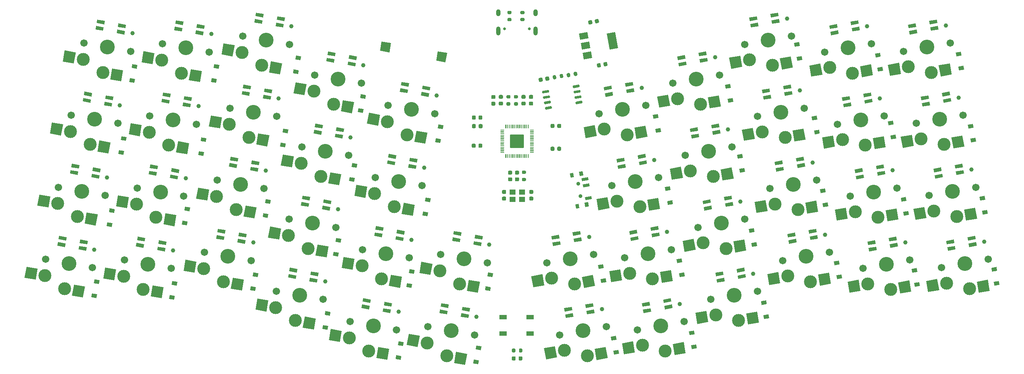
<source format=gbr>
%TF.GenerationSoftware,KiCad,Pcbnew,(5.1.10)-1*%
%TF.CreationDate,2021-10-03T17:33:34-06:00*%
%TF.ProjectId,VColMX44,56436f6c-4d58-4343-942e-6b696361645f,rev?*%
%TF.SameCoordinates,Original*%
%TF.FileFunction,Soldermask,Bot*%
%TF.FilePolarity,Negative*%
%FSLAX46Y46*%
G04 Gerber Fmt 4.6, Leading zero omitted, Abs format (unit mm)*
G04 Created by KiCad (PCBNEW (5.1.10)-1) date 2021-10-03 17:33:34*
%MOMM*%
%LPD*%
G01*
G04 APERTURE LIST*
%ADD10R,1.700000X1.000000*%
%ADD11R,1.400000X1.200000*%
%ADD12C,0.100000*%
%ADD13C,0.900000*%
%ADD14O,1.000000X2.100000*%
%ADD15C,0.650000*%
%ADD16O,1.000000X1.600000*%
%ADD17C,1.701800*%
%ADD18C,3.000000*%
%ADD19C,3.429000*%
%ADD20C,0.990600*%
G04 APERTURE END LIST*
D10*
%TO.C,SW2*%
X153050000Y-133600000D03*
X146750000Y-133600000D03*
X153050000Y-137400000D03*
X146750000Y-137400000D03*
%TD*%
%TO.C,U46*%
G36*
G01*
X151600000Y-91294000D02*
X151600000Y-94206000D01*
G75*
G02*
X151456000Y-94350000I-144000J0D01*
G01*
X148544000Y-94350000D01*
G75*
G02*
X148400000Y-94206000I0J144000D01*
G01*
X148400000Y-91294000D01*
G75*
G02*
X148544000Y-91150000I144000J0D01*
G01*
X151456000Y-91150000D01*
G75*
G02*
X151600000Y-91294000I0J-144000D01*
G01*
G37*
G36*
G01*
X153875000Y-90100000D02*
X153875000Y-90200000D01*
G75*
G02*
X153825000Y-90250000I-50000J0D01*
G01*
X153050000Y-90250000D01*
G75*
G02*
X153000000Y-90200000I0J50000D01*
G01*
X153000000Y-90100000D01*
G75*
G02*
X153050000Y-90050000I50000J0D01*
G01*
X153825000Y-90050000D01*
G75*
G02*
X153875000Y-90100000I0J-50000D01*
G01*
G37*
G36*
G01*
X153875000Y-90500000D02*
X153875000Y-90600000D01*
G75*
G02*
X153825000Y-90650000I-50000J0D01*
G01*
X153050000Y-90650000D01*
G75*
G02*
X153000000Y-90600000I0J50000D01*
G01*
X153000000Y-90500000D01*
G75*
G02*
X153050000Y-90450000I50000J0D01*
G01*
X153825000Y-90450000D01*
G75*
G02*
X153875000Y-90500000I0J-50000D01*
G01*
G37*
G36*
G01*
X153875000Y-90900000D02*
X153875000Y-91000000D01*
G75*
G02*
X153825000Y-91050000I-50000J0D01*
G01*
X153050000Y-91050000D01*
G75*
G02*
X153000000Y-91000000I0J50000D01*
G01*
X153000000Y-90900000D01*
G75*
G02*
X153050000Y-90850000I50000J0D01*
G01*
X153825000Y-90850000D01*
G75*
G02*
X153875000Y-90900000I0J-50000D01*
G01*
G37*
G36*
G01*
X153875000Y-91300000D02*
X153875000Y-91400000D01*
G75*
G02*
X153825000Y-91450000I-50000J0D01*
G01*
X153050000Y-91450000D01*
G75*
G02*
X153000000Y-91400000I0J50000D01*
G01*
X153000000Y-91300000D01*
G75*
G02*
X153050000Y-91250000I50000J0D01*
G01*
X153825000Y-91250000D01*
G75*
G02*
X153875000Y-91300000I0J-50000D01*
G01*
G37*
G36*
G01*
X153875000Y-91700000D02*
X153875000Y-91800000D01*
G75*
G02*
X153825000Y-91850000I-50000J0D01*
G01*
X153050000Y-91850000D01*
G75*
G02*
X153000000Y-91800000I0J50000D01*
G01*
X153000000Y-91700000D01*
G75*
G02*
X153050000Y-91650000I50000J0D01*
G01*
X153825000Y-91650000D01*
G75*
G02*
X153875000Y-91700000I0J-50000D01*
G01*
G37*
G36*
G01*
X153875000Y-92100000D02*
X153875000Y-92200000D01*
G75*
G02*
X153825000Y-92250000I-50000J0D01*
G01*
X153050000Y-92250000D01*
G75*
G02*
X153000000Y-92200000I0J50000D01*
G01*
X153000000Y-92100000D01*
G75*
G02*
X153050000Y-92050000I50000J0D01*
G01*
X153825000Y-92050000D01*
G75*
G02*
X153875000Y-92100000I0J-50000D01*
G01*
G37*
G36*
G01*
X153875000Y-92500000D02*
X153875000Y-92600000D01*
G75*
G02*
X153825000Y-92650000I-50000J0D01*
G01*
X153050000Y-92650000D01*
G75*
G02*
X153000000Y-92600000I0J50000D01*
G01*
X153000000Y-92500000D01*
G75*
G02*
X153050000Y-92450000I50000J0D01*
G01*
X153825000Y-92450000D01*
G75*
G02*
X153875000Y-92500000I0J-50000D01*
G01*
G37*
G36*
G01*
X153875000Y-92900000D02*
X153875000Y-93000000D01*
G75*
G02*
X153825000Y-93050000I-50000J0D01*
G01*
X153050000Y-93050000D01*
G75*
G02*
X153000000Y-93000000I0J50000D01*
G01*
X153000000Y-92900000D01*
G75*
G02*
X153050000Y-92850000I50000J0D01*
G01*
X153825000Y-92850000D01*
G75*
G02*
X153875000Y-92900000I0J-50000D01*
G01*
G37*
G36*
G01*
X153875000Y-93300000D02*
X153875000Y-93400000D01*
G75*
G02*
X153825000Y-93450000I-50000J0D01*
G01*
X153050000Y-93450000D01*
G75*
G02*
X153000000Y-93400000I0J50000D01*
G01*
X153000000Y-93300000D01*
G75*
G02*
X153050000Y-93250000I50000J0D01*
G01*
X153825000Y-93250000D01*
G75*
G02*
X153875000Y-93300000I0J-50000D01*
G01*
G37*
G36*
G01*
X153875000Y-93700000D02*
X153875000Y-93800000D01*
G75*
G02*
X153825000Y-93850000I-50000J0D01*
G01*
X153050000Y-93850000D01*
G75*
G02*
X153000000Y-93800000I0J50000D01*
G01*
X153000000Y-93700000D01*
G75*
G02*
X153050000Y-93650000I50000J0D01*
G01*
X153825000Y-93650000D01*
G75*
G02*
X153875000Y-93700000I0J-50000D01*
G01*
G37*
G36*
G01*
X153875000Y-94100000D02*
X153875000Y-94200000D01*
G75*
G02*
X153825000Y-94250000I-50000J0D01*
G01*
X153050000Y-94250000D01*
G75*
G02*
X153000000Y-94200000I0J50000D01*
G01*
X153000000Y-94100000D01*
G75*
G02*
X153050000Y-94050000I50000J0D01*
G01*
X153825000Y-94050000D01*
G75*
G02*
X153875000Y-94100000I0J-50000D01*
G01*
G37*
G36*
G01*
X153875000Y-94500000D02*
X153875000Y-94600000D01*
G75*
G02*
X153825000Y-94650000I-50000J0D01*
G01*
X153050000Y-94650000D01*
G75*
G02*
X153000000Y-94600000I0J50000D01*
G01*
X153000000Y-94500000D01*
G75*
G02*
X153050000Y-94450000I50000J0D01*
G01*
X153825000Y-94450000D01*
G75*
G02*
X153875000Y-94500000I0J-50000D01*
G01*
G37*
G36*
G01*
X153875000Y-94900000D02*
X153875000Y-95000000D01*
G75*
G02*
X153825000Y-95050000I-50000J0D01*
G01*
X153050000Y-95050000D01*
G75*
G02*
X153000000Y-95000000I0J50000D01*
G01*
X153000000Y-94900000D01*
G75*
G02*
X153050000Y-94850000I50000J0D01*
G01*
X153825000Y-94850000D01*
G75*
G02*
X153875000Y-94900000I0J-50000D01*
G01*
G37*
G36*
G01*
X153875000Y-95300000D02*
X153875000Y-95400000D01*
G75*
G02*
X153825000Y-95450000I-50000J0D01*
G01*
X153050000Y-95450000D01*
G75*
G02*
X153000000Y-95400000I0J50000D01*
G01*
X153000000Y-95300000D01*
G75*
G02*
X153050000Y-95250000I50000J0D01*
G01*
X153825000Y-95250000D01*
G75*
G02*
X153875000Y-95300000I0J-50000D01*
G01*
G37*
G36*
G01*
X152700000Y-95800000D02*
X152700000Y-96575000D01*
G75*
G02*
X152650000Y-96625000I-50000J0D01*
G01*
X152550000Y-96625000D01*
G75*
G02*
X152500000Y-96575000I0J50000D01*
G01*
X152500000Y-95800000D01*
G75*
G02*
X152550000Y-95750000I50000J0D01*
G01*
X152650000Y-95750000D01*
G75*
G02*
X152700000Y-95800000I0J-50000D01*
G01*
G37*
G36*
G01*
X152300000Y-95800000D02*
X152300000Y-96575000D01*
G75*
G02*
X152250000Y-96625000I-50000J0D01*
G01*
X152150000Y-96625000D01*
G75*
G02*
X152100000Y-96575000I0J50000D01*
G01*
X152100000Y-95800000D01*
G75*
G02*
X152150000Y-95750000I50000J0D01*
G01*
X152250000Y-95750000D01*
G75*
G02*
X152300000Y-95800000I0J-50000D01*
G01*
G37*
G36*
G01*
X151900000Y-95800000D02*
X151900000Y-96575000D01*
G75*
G02*
X151850000Y-96625000I-50000J0D01*
G01*
X151750000Y-96625000D01*
G75*
G02*
X151700000Y-96575000I0J50000D01*
G01*
X151700000Y-95800000D01*
G75*
G02*
X151750000Y-95750000I50000J0D01*
G01*
X151850000Y-95750000D01*
G75*
G02*
X151900000Y-95800000I0J-50000D01*
G01*
G37*
G36*
G01*
X151500000Y-95800000D02*
X151500000Y-96575000D01*
G75*
G02*
X151450000Y-96625000I-50000J0D01*
G01*
X151350000Y-96625000D01*
G75*
G02*
X151300000Y-96575000I0J50000D01*
G01*
X151300000Y-95800000D01*
G75*
G02*
X151350000Y-95750000I50000J0D01*
G01*
X151450000Y-95750000D01*
G75*
G02*
X151500000Y-95800000I0J-50000D01*
G01*
G37*
G36*
G01*
X151100000Y-95800000D02*
X151100000Y-96575000D01*
G75*
G02*
X151050000Y-96625000I-50000J0D01*
G01*
X150950000Y-96625000D01*
G75*
G02*
X150900000Y-96575000I0J50000D01*
G01*
X150900000Y-95800000D01*
G75*
G02*
X150950000Y-95750000I50000J0D01*
G01*
X151050000Y-95750000D01*
G75*
G02*
X151100000Y-95800000I0J-50000D01*
G01*
G37*
G36*
G01*
X150700000Y-95800000D02*
X150700000Y-96575000D01*
G75*
G02*
X150650000Y-96625000I-50000J0D01*
G01*
X150550000Y-96625000D01*
G75*
G02*
X150500000Y-96575000I0J50000D01*
G01*
X150500000Y-95800000D01*
G75*
G02*
X150550000Y-95750000I50000J0D01*
G01*
X150650000Y-95750000D01*
G75*
G02*
X150700000Y-95800000I0J-50000D01*
G01*
G37*
G36*
G01*
X150300000Y-95800000D02*
X150300000Y-96575000D01*
G75*
G02*
X150250000Y-96625000I-50000J0D01*
G01*
X150150000Y-96625000D01*
G75*
G02*
X150100000Y-96575000I0J50000D01*
G01*
X150100000Y-95800000D01*
G75*
G02*
X150150000Y-95750000I50000J0D01*
G01*
X150250000Y-95750000D01*
G75*
G02*
X150300000Y-95800000I0J-50000D01*
G01*
G37*
G36*
G01*
X149900000Y-95800000D02*
X149900000Y-96575000D01*
G75*
G02*
X149850000Y-96625000I-50000J0D01*
G01*
X149750000Y-96625000D01*
G75*
G02*
X149700000Y-96575000I0J50000D01*
G01*
X149700000Y-95800000D01*
G75*
G02*
X149750000Y-95750000I50000J0D01*
G01*
X149850000Y-95750000D01*
G75*
G02*
X149900000Y-95800000I0J-50000D01*
G01*
G37*
G36*
G01*
X149500000Y-95800000D02*
X149500000Y-96575000D01*
G75*
G02*
X149450000Y-96625000I-50000J0D01*
G01*
X149350000Y-96625000D01*
G75*
G02*
X149300000Y-96575000I0J50000D01*
G01*
X149300000Y-95800000D01*
G75*
G02*
X149350000Y-95750000I50000J0D01*
G01*
X149450000Y-95750000D01*
G75*
G02*
X149500000Y-95800000I0J-50000D01*
G01*
G37*
G36*
G01*
X149100000Y-95800000D02*
X149100000Y-96575000D01*
G75*
G02*
X149050000Y-96625000I-50000J0D01*
G01*
X148950000Y-96625000D01*
G75*
G02*
X148900000Y-96575000I0J50000D01*
G01*
X148900000Y-95800000D01*
G75*
G02*
X148950000Y-95750000I50000J0D01*
G01*
X149050000Y-95750000D01*
G75*
G02*
X149100000Y-95800000I0J-50000D01*
G01*
G37*
G36*
G01*
X148700000Y-95800000D02*
X148700000Y-96575000D01*
G75*
G02*
X148650000Y-96625000I-50000J0D01*
G01*
X148550000Y-96625000D01*
G75*
G02*
X148500000Y-96575000I0J50000D01*
G01*
X148500000Y-95800000D01*
G75*
G02*
X148550000Y-95750000I50000J0D01*
G01*
X148650000Y-95750000D01*
G75*
G02*
X148700000Y-95800000I0J-50000D01*
G01*
G37*
G36*
G01*
X148300000Y-95800000D02*
X148300000Y-96575000D01*
G75*
G02*
X148250000Y-96625000I-50000J0D01*
G01*
X148150000Y-96625000D01*
G75*
G02*
X148100000Y-96575000I0J50000D01*
G01*
X148100000Y-95800000D01*
G75*
G02*
X148150000Y-95750000I50000J0D01*
G01*
X148250000Y-95750000D01*
G75*
G02*
X148300000Y-95800000I0J-50000D01*
G01*
G37*
G36*
G01*
X147900000Y-95800000D02*
X147900000Y-96575000D01*
G75*
G02*
X147850000Y-96625000I-50000J0D01*
G01*
X147750000Y-96625000D01*
G75*
G02*
X147700000Y-96575000I0J50000D01*
G01*
X147700000Y-95800000D01*
G75*
G02*
X147750000Y-95750000I50000J0D01*
G01*
X147850000Y-95750000D01*
G75*
G02*
X147900000Y-95800000I0J-50000D01*
G01*
G37*
G36*
G01*
X147500000Y-95800000D02*
X147500000Y-96575000D01*
G75*
G02*
X147450000Y-96625000I-50000J0D01*
G01*
X147350000Y-96625000D01*
G75*
G02*
X147300000Y-96575000I0J50000D01*
G01*
X147300000Y-95800000D01*
G75*
G02*
X147350000Y-95750000I50000J0D01*
G01*
X147450000Y-95750000D01*
G75*
G02*
X147500000Y-95800000I0J-50000D01*
G01*
G37*
G36*
G01*
X147000000Y-95300000D02*
X147000000Y-95400000D01*
G75*
G02*
X146950000Y-95450000I-50000J0D01*
G01*
X146175000Y-95450000D01*
G75*
G02*
X146125000Y-95400000I0J50000D01*
G01*
X146125000Y-95300000D01*
G75*
G02*
X146175000Y-95250000I50000J0D01*
G01*
X146950000Y-95250000D01*
G75*
G02*
X147000000Y-95300000I0J-50000D01*
G01*
G37*
G36*
G01*
X147000000Y-94900000D02*
X147000000Y-95000000D01*
G75*
G02*
X146950000Y-95050000I-50000J0D01*
G01*
X146175000Y-95050000D01*
G75*
G02*
X146125000Y-95000000I0J50000D01*
G01*
X146125000Y-94900000D01*
G75*
G02*
X146175000Y-94850000I50000J0D01*
G01*
X146950000Y-94850000D01*
G75*
G02*
X147000000Y-94900000I0J-50000D01*
G01*
G37*
G36*
G01*
X147000000Y-94500000D02*
X147000000Y-94600000D01*
G75*
G02*
X146950000Y-94650000I-50000J0D01*
G01*
X146175000Y-94650000D01*
G75*
G02*
X146125000Y-94600000I0J50000D01*
G01*
X146125000Y-94500000D01*
G75*
G02*
X146175000Y-94450000I50000J0D01*
G01*
X146950000Y-94450000D01*
G75*
G02*
X147000000Y-94500000I0J-50000D01*
G01*
G37*
G36*
G01*
X147000000Y-94100000D02*
X147000000Y-94200000D01*
G75*
G02*
X146950000Y-94250000I-50000J0D01*
G01*
X146175000Y-94250000D01*
G75*
G02*
X146125000Y-94200000I0J50000D01*
G01*
X146125000Y-94100000D01*
G75*
G02*
X146175000Y-94050000I50000J0D01*
G01*
X146950000Y-94050000D01*
G75*
G02*
X147000000Y-94100000I0J-50000D01*
G01*
G37*
G36*
G01*
X147000000Y-93700000D02*
X147000000Y-93800000D01*
G75*
G02*
X146950000Y-93850000I-50000J0D01*
G01*
X146175000Y-93850000D01*
G75*
G02*
X146125000Y-93800000I0J50000D01*
G01*
X146125000Y-93700000D01*
G75*
G02*
X146175000Y-93650000I50000J0D01*
G01*
X146950000Y-93650000D01*
G75*
G02*
X147000000Y-93700000I0J-50000D01*
G01*
G37*
G36*
G01*
X147000000Y-93300000D02*
X147000000Y-93400000D01*
G75*
G02*
X146950000Y-93450000I-50000J0D01*
G01*
X146175000Y-93450000D01*
G75*
G02*
X146125000Y-93400000I0J50000D01*
G01*
X146125000Y-93300000D01*
G75*
G02*
X146175000Y-93250000I50000J0D01*
G01*
X146950000Y-93250000D01*
G75*
G02*
X147000000Y-93300000I0J-50000D01*
G01*
G37*
G36*
G01*
X147000000Y-92900000D02*
X147000000Y-93000000D01*
G75*
G02*
X146950000Y-93050000I-50000J0D01*
G01*
X146175000Y-93050000D01*
G75*
G02*
X146125000Y-93000000I0J50000D01*
G01*
X146125000Y-92900000D01*
G75*
G02*
X146175000Y-92850000I50000J0D01*
G01*
X146950000Y-92850000D01*
G75*
G02*
X147000000Y-92900000I0J-50000D01*
G01*
G37*
G36*
G01*
X147000000Y-92500000D02*
X147000000Y-92600000D01*
G75*
G02*
X146950000Y-92650000I-50000J0D01*
G01*
X146175000Y-92650000D01*
G75*
G02*
X146125000Y-92600000I0J50000D01*
G01*
X146125000Y-92500000D01*
G75*
G02*
X146175000Y-92450000I50000J0D01*
G01*
X146950000Y-92450000D01*
G75*
G02*
X147000000Y-92500000I0J-50000D01*
G01*
G37*
G36*
G01*
X147000000Y-92100000D02*
X147000000Y-92200000D01*
G75*
G02*
X146950000Y-92250000I-50000J0D01*
G01*
X146175000Y-92250000D01*
G75*
G02*
X146125000Y-92200000I0J50000D01*
G01*
X146125000Y-92100000D01*
G75*
G02*
X146175000Y-92050000I50000J0D01*
G01*
X146950000Y-92050000D01*
G75*
G02*
X147000000Y-92100000I0J-50000D01*
G01*
G37*
G36*
G01*
X147000000Y-91700000D02*
X147000000Y-91800000D01*
G75*
G02*
X146950000Y-91850000I-50000J0D01*
G01*
X146175000Y-91850000D01*
G75*
G02*
X146125000Y-91800000I0J50000D01*
G01*
X146125000Y-91700000D01*
G75*
G02*
X146175000Y-91650000I50000J0D01*
G01*
X146950000Y-91650000D01*
G75*
G02*
X147000000Y-91700000I0J-50000D01*
G01*
G37*
G36*
G01*
X147000000Y-91300000D02*
X147000000Y-91400000D01*
G75*
G02*
X146950000Y-91450000I-50000J0D01*
G01*
X146175000Y-91450000D01*
G75*
G02*
X146125000Y-91400000I0J50000D01*
G01*
X146125000Y-91300000D01*
G75*
G02*
X146175000Y-91250000I50000J0D01*
G01*
X146950000Y-91250000D01*
G75*
G02*
X147000000Y-91300000I0J-50000D01*
G01*
G37*
G36*
G01*
X147000000Y-90900000D02*
X147000000Y-91000000D01*
G75*
G02*
X146950000Y-91050000I-50000J0D01*
G01*
X146175000Y-91050000D01*
G75*
G02*
X146125000Y-91000000I0J50000D01*
G01*
X146125000Y-90900000D01*
G75*
G02*
X146175000Y-90850000I50000J0D01*
G01*
X146950000Y-90850000D01*
G75*
G02*
X147000000Y-90900000I0J-50000D01*
G01*
G37*
G36*
G01*
X147000000Y-90500000D02*
X147000000Y-90600000D01*
G75*
G02*
X146950000Y-90650000I-50000J0D01*
G01*
X146175000Y-90650000D01*
G75*
G02*
X146125000Y-90600000I0J50000D01*
G01*
X146125000Y-90500000D01*
G75*
G02*
X146175000Y-90450000I50000J0D01*
G01*
X146950000Y-90450000D01*
G75*
G02*
X147000000Y-90500000I0J-50000D01*
G01*
G37*
G36*
G01*
X147000000Y-90100000D02*
X147000000Y-90200000D01*
G75*
G02*
X146950000Y-90250000I-50000J0D01*
G01*
X146175000Y-90250000D01*
G75*
G02*
X146125000Y-90200000I0J50000D01*
G01*
X146125000Y-90100000D01*
G75*
G02*
X146175000Y-90050000I50000J0D01*
G01*
X146950000Y-90050000D01*
G75*
G02*
X147000000Y-90100000I0J-50000D01*
G01*
G37*
G36*
G01*
X147500000Y-88925000D02*
X147500000Y-89700000D01*
G75*
G02*
X147450000Y-89750000I-50000J0D01*
G01*
X147350000Y-89750000D01*
G75*
G02*
X147300000Y-89700000I0J50000D01*
G01*
X147300000Y-88925000D01*
G75*
G02*
X147350000Y-88875000I50000J0D01*
G01*
X147450000Y-88875000D01*
G75*
G02*
X147500000Y-88925000I0J-50000D01*
G01*
G37*
G36*
G01*
X147900000Y-88925000D02*
X147900000Y-89700000D01*
G75*
G02*
X147850000Y-89750000I-50000J0D01*
G01*
X147750000Y-89750000D01*
G75*
G02*
X147700000Y-89700000I0J50000D01*
G01*
X147700000Y-88925000D01*
G75*
G02*
X147750000Y-88875000I50000J0D01*
G01*
X147850000Y-88875000D01*
G75*
G02*
X147900000Y-88925000I0J-50000D01*
G01*
G37*
G36*
G01*
X148300000Y-88925000D02*
X148300000Y-89700000D01*
G75*
G02*
X148250000Y-89750000I-50000J0D01*
G01*
X148150000Y-89750000D01*
G75*
G02*
X148100000Y-89700000I0J50000D01*
G01*
X148100000Y-88925000D01*
G75*
G02*
X148150000Y-88875000I50000J0D01*
G01*
X148250000Y-88875000D01*
G75*
G02*
X148300000Y-88925000I0J-50000D01*
G01*
G37*
G36*
G01*
X148700000Y-88925000D02*
X148700000Y-89700000D01*
G75*
G02*
X148650000Y-89750000I-50000J0D01*
G01*
X148550000Y-89750000D01*
G75*
G02*
X148500000Y-89700000I0J50000D01*
G01*
X148500000Y-88925000D01*
G75*
G02*
X148550000Y-88875000I50000J0D01*
G01*
X148650000Y-88875000D01*
G75*
G02*
X148700000Y-88925000I0J-50000D01*
G01*
G37*
G36*
G01*
X149100000Y-88925000D02*
X149100000Y-89700000D01*
G75*
G02*
X149050000Y-89750000I-50000J0D01*
G01*
X148950000Y-89750000D01*
G75*
G02*
X148900000Y-89700000I0J50000D01*
G01*
X148900000Y-88925000D01*
G75*
G02*
X148950000Y-88875000I50000J0D01*
G01*
X149050000Y-88875000D01*
G75*
G02*
X149100000Y-88925000I0J-50000D01*
G01*
G37*
G36*
G01*
X149500000Y-88925000D02*
X149500000Y-89700000D01*
G75*
G02*
X149450000Y-89750000I-50000J0D01*
G01*
X149350000Y-89750000D01*
G75*
G02*
X149300000Y-89700000I0J50000D01*
G01*
X149300000Y-88925000D01*
G75*
G02*
X149350000Y-88875000I50000J0D01*
G01*
X149450000Y-88875000D01*
G75*
G02*
X149500000Y-88925000I0J-50000D01*
G01*
G37*
G36*
G01*
X149900000Y-88925000D02*
X149900000Y-89700000D01*
G75*
G02*
X149850000Y-89750000I-50000J0D01*
G01*
X149750000Y-89750000D01*
G75*
G02*
X149700000Y-89700000I0J50000D01*
G01*
X149700000Y-88925000D01*
G75*
G02*
X149750000Y-88875000I50000J0D01*
G01*
X149850000Y-88875000D01*
G75*
G02*
X149900000Y-88925000I0J-50000D01*
G01*
G37*
G36*
G01*
X150300000Y-88925000D02*
X150300000Y-89700000D01*
G75*
G02*
X150250000Y-89750000I-50000J0D01*
G01*
X150150000Y-89750000D01*
G75*
G02*
X150100000Y-89700000I0J50000D01*
G01*
X150100000Y-88925000D01*
G75*
G02*
X150150000Y-88875000I50000J0D01*
G01*
X150250000Y-88875000D01*
G75*
G02*
X150300000Y-88925000I0J-50000D01*
G01*
G37*
G36*
G01*
X150700000Y-88925000D02*
X150700000Y-89700000D01*
G75*
G02*
X150650000Y-89750000I-50000J0D01*
G01*
X150550000Y-89750000D01*
G75*
G02*
X150500000Y-89700000I0J50000D01*
G01*
X150500000Y-88925000D01*
G75*
G02*
X150550000Y-88875000I50000J0D01*
G01*
X150650000Y-88875000D01*
G75*
G02*
X150700000Y-88925000I0J-50000D01*
G01*
G37*
G36*
G01*
X151100000Y-88925000D02*
X151100000Y-89700000D01*
G75*
G02*
X151050000Y-89750000I-50000J0D01*
G01*
X150950000Y-89750000D01*
G75*
G02*
X150900000Y-89700000I0J50000D01*
G01*
X150900000Y-88925000D01*
G75*
G02*
X150950000Y-88875000I50000J0D01*
G01*
X151050000Y-88875000D01*
G75*
G02*
X151100000Y-88925000I0J-50000D01*
G01*
G37*
G36*
G01*
X151500000Y-88925000D02*
X151500000Y-89700000D01*
G75*
G02*
X151450000Y-89750000I-50000J0D01*
G01*
X151350000Y-89750000D01*
G75*
G02*
X151300000Y-89700000I0J50000D01*
G01*
X151300000Y-88925000D01*
G75*
G02*
X151350000Y-88875000I50000J0D01*
G01*
X151450000Y-88875000D01*
G75*
G02*
X151500000Y-88925000I0J-50000D01*
G01*
G37*
G36*
G01*
X151900000Y-88925000D02*
X151900000Y-89700000D01*
G75*
G02*
X151850000Y-89750000I-50000J0D01*
G01*
X151750000Y-89750000D01*
G75*
G02*
X151700000Y-89700000I0J50000D01*
G01*
X151700000Y-88925000D01*
G75*
G02*
X151750000Y-88875000I50000J0D01*
G01*
X151850000Y-88875000D01*
G75*
G02*
X151900000Y-88925000I0J-50000D01*
G01*
G37*
G36*
G01*
X152300000Y-88925000D02*
X152300000Y-89700000D01*
G75*
G02*
X152250000Y-89750000I-50000J0D01*
G01*
X152150000Y-89750000D01*
G75*
G02*
X152100000Y-89700000I0J50000D01*
G01*
X152100000Y-88925000D01*
G75*
G02*
X152150000Y-88875000I50000J0D01*
G01*
X152250000Y-88875000D01*
G75*
G02*
X152300000Y-88925000I0J-50000D01*
G01*
G37*
G36*
G01*
X152700000Y-88925000D02*
X152700000Y-89700000D01*
G75*
G02*
X152650000Y-89750000I-50000J0D01*
G01*
X152550000Y-89750000D01*
G75*
G02*
X152500000Y-89700000I0J50000D01*
G01*
X152500000Y-88925000D01*
G75*
G02*
X152550000Y-88875000I50000J0D01*
G01*
X152650000Y-88875000D01*
G75*
G02*
X152700000Y-88925000I0J-50000D01*
G01*
G37*
%TD*%
D11*
%TO.C,Y1*%
X151200000Y-104550000D03*
X149000000Y-104550000D03*
X149000000Y-106250000D03*
X151200000Y-106250000D03*
%TD*%
D12*
%TO.C,U47*%
G36*
X165442674Y-73724304D02*
G01*
X165182202Y-72247092D01*
X167151818Y-71899796D01*
X167412290Y-73377008D01*
X165442674Y-73724304D01*
G37*
G36*
X164643893Y-69194188D02*
G01*
X164383421Y-67716976D01*
X166353037Y-67369680D01*
X166613509Y-68846892D01*
X164643893Y-69194188D01*
G37*
G36*
X165043284Y-71459246D02*
G01*
X164782812Y-69982034D01*
X166752428Y-69634738D01*
X167012900Y-71111950D01*
X165043284Y-71459246D01*
G37*
G36*
X171447268Y-71497791D02*
G01*
X170787405Y-67755521D01*
X172757020Y-67408225D01*
X173416883Y-71150495D01*
X171447268Y-71497791D01*
G37*
%TD*%
%TO.C,U45*%
G36*
G01*
X157385691Y-80962436D02*
X157437785Y-81257878D01*
G75*
G02*
X157316111Y-81431646I-147721J-26047D01*
G01*
X156035861Y-81657388D01*
G75*
G02*
X155862093Y-81535714I-26047J147721D01*
G01*
X155809999Y-81240272D01*
G75*
G02*
X155931673Y-81066504I147721J26047D01*
G01*
X157211923Y-80840762D01*
G75*
G02*
X157385691Y-80962436I26047J-147721D01*
G01*
G37*
G36*
G01*
X157606224Y-82213142D02*
X157658318Y-82508584D01*
G75*
G02*
X157536644Y-82682352I-147721J-26047D01*
G01*
X156256394Y-82908094D01*
G75*
G02*
X156082626Y-82786420I-26047J147721D01*
G01*
X156030532Y-82490978D01*
G75*
G02*
X156152206Y-82317210I147721J26047D01*
G01*
X157432456Y-82091468D01*
G75*
G02*
X157606224Y-82213142I26047J-147721D01*
G01*
G37*
G36*
G01*
X157826758Y-83463847D02*
X157878852Y-83759289D01*
G75*
G02*
X157757178Y-83933057I-147721J-26047D01*
G01*
X156476928Y-84158799D01*
G75*
G02*
X156303160Y-84037125I-26047J147721D01*
G01*
X156251066Y-83741683D01*
G75*
G02*
X156372740Y-83567915I147721J26047D01*
G01*
X157652990Y-83342173D01*
G75*
G02*
X157826758Y-83463847I26047J-147721D01*
G01*
G37*
G36*
G01*
X158047291Y-84714553D02*
X158099385Y-85009995D01*
G75*
G02*
X157977711Y-85183763I-147721J-26047D01*
G01*
X156697461Y-85409505D01*
G75*
G02*
X156523693Y-85287831I-26047J147721D01*
G01*
X156471599Y-84992389D01*
G75*
G02*
X156593273Y-84818621I147721J26047D01*
G01*
X157873523Y-84592879D01*
G75*
G02*
X158047291Y-84714553I26047J-147721D01*
G01*
G37*
G36*
G01*
X165137907Y-83464286D02*
X165190001Y-83759728D01*
G75*
G02*
X165068327Y-83933496I-147721J-26047D01*
G01*
X163788077Y-84159238D01*
G75*
G02*
X163614309Y-84037564I-26047J147721D01*
G01*
X163562215Y-83742122D01*
G75*
G02*
X163683889Y-83568354I147721J26047D01*
G01*
X164964139Y-83342612D01*
G75*
G02*
X165137907Y-83464286I26047J-147721D01*
G01*
G37*
G36*
G01*
X164917374Y-82213580D02*
X164969468Y-82509022D01*
G75*
G02*
X164847794Y-82682790I-147721J-26047D01*
G01*
X163567544Y-82908532D01*
G75*
G02*
X163393776Y-82786858I-26047J147721D01*
G01*
X163341682Y-82491416D01*
G75*
G02*
X163463356Y-82317648I147721J26047D01*
G01*
X164743606Y-82091906D01*
G75*
G02*
X164917374Y-82213580I26047J-147721D01*
G01*
G37*
G36*
G01*
X164696840Y-80962875D02*
X164748934Y-81258317D01*
G75*
G02*
X164627260Y-81432085I-147721J-26047D01*
G01*
X163347010Y-81657827D01*
G75*
G02*
X163173242Y-81536153I-26047J147721D01*
G01*
X163121148Y-81240711D01*
G75*
G02*
X163242822Y-81066943I147721J26047D01*
G01*
X164523072Y-80841201D01*
G75*
G02*
X164696840Y-80962875I26047J-147721D01*
G01*
G37*
G36*
G01*
X164476307Y-79712169D02*
X164528401Y-80007611D01*
G75*
G02*
X164406727Y-80181379I-147721J-26047D01*
G01*
X163126477Y-80407121D01*
G75*
G02*
X162952709Y-80285447I-26047J147721D01*
G01*
X162900615Y-79990005D01*
G75*
G02*
X163022289Y-79816237I147721J26047D01*
G01*
X164302539Y-79590495D01*
G75*
G02*
X164476307Y-79712169I26047J-147721D01*
G01*
G37*
%TD*%
%TO.C,SW1*%
G36*
X166632713Y-107882048D02*
G01*
X165844867Y-108020966D01*
X165671219Y-107036158D01*
X166459065Y-106897240D01*
X166632713Y-107882048D01*
G37*
G36*
X165365081Y-100692951D02*
G01*
X164577235Y-100831869D01*
X164403587Y-99847061D01*
X165191433Y-99708143D01*
X165365081Y-100692951D01*
G37*
G36*
X163188656Y-101076714D02*
G01*
X162400810Y-101215632D01*
X162227162Y-100230824D01*
X163015008Y-100091906D01*
X163188656Y-101076714D01*
G37*
G36*
X164456288Y-108265810D02*
G01*
X163668442Y-108404728D01*
X163494794Y-107419920D01*
X164282640Y-107281002D01*
X164456288Y-108265810D01*
G37*
G36*
X166566950Y-101750313D02*
G01*
X165089738Y-102010785D01*
X164968184Y-101321419D01*
X166445396Y-101060947D01*
X166566950Y-101750313D01*
G37*
G36*
X166827422Y-103227524D02*
G01*
X165350210Y-103487996D01*
X165228656Y-102798630D01*
X166705868Y-102538158D01*
X166827422Y-103227524D01*
G37*
G36*
X167348366Y-106181948D02*
G01*
X165871154Y-106442420D01*
X165749600Y-105753054D01*
X167226812Y-105492582D01*
X167348366Y-106181948D01*
G37*
D13*
X164164541Y-102580092D03*
X164685486Y-105534516D03*
%TD*%
%TO.C,R8*%
G36*
G01*
X149600000Y-141075000D02*
X149600000Y-141625000D01*
G75*
G02*
X149400000Y-141825000I-200000J0D01*
G01*
X149000000Y-141825000D01*
G75*
G02*
X148800000Y-141625000I0J200000D01*
G01*
X148800000Y-141075000D01*
G75*
G02*
X149000000Y-140875000I200000J0D01*
G01*
X149400000Y-140875000D01*
G75*
G02*
X149600000Y-141075000I0J-200000D01*
G01*
G37*
G36*
G01*
X151250000Y-141075000D02*
X151250000Y-141625000D01*
G75*
G02*
X151050000Y-141825000I-200000J0D01*
G01*
X150650000Y-141825000D01*
G75*
G02*
X150450000Y-141625000I0J200000D01*
G01*
X150450000Y-141075000D01*
G75*
G02*
X150650000Y-140875000I200000J0D01*
G01*
X151050000Y-140875000D01*
G75*
G02*
X151250000Y-141075000I0J-200000D01*
G01*
G37*
%TD*%
%TO.C,R7*%
G36*
G01*
X151325000Y-101225000D02*
X151875000Y-101225000D01*
G75*
G02*
X152075000Y-101425000I0J-200000D01*
G01*
X152075000Y-101825000D01*
G75*
G02*
X151875000Y-102025000I-200000J0D01*
G01*
X151325000Y-102025000D01*
G75*
G02*
X151125000Y-101825000I0J200000D01*
G01*
X151125000Y-101425000D01*
G75*
G02*
X151325000Y-101225000I200000J0D01*
G01*
G37*
G36*
G01*
X151325000Y-99575000D02*
X151875000Y-99575000D01*
G75*
G02*
X152075000Y-99775000I0J-200000D01*
G01*
X152075000Y-100175000D01*
G75*
G02*
X151875000Y-100375000I-200000J0D01*
G01*
X151325000Y-100375000D01*
G75*
G02*
X151125000Y-100175000I0J200000D01*
G01*
X151125000Y-99775000D01*
G75*
G02*
X151325000Y-99575000I200000J0D01*
G01*
G37*
%TD*%
%TO.C,R6*%
G36*
G01*
X147725000Y-83675000D02*
X148275000Y-83675000D01*
G75*
G02*
X148475000Y-83875000I0J-200000D01*
G01*
X148475000Y-84275000D01*
G75*
G02*
X148275000Y-84475000I-200000J0D01*
G01*
X147725000Y-84475000D01*
G75*
G02*
X147525000Y-84275000I0J200000D01*
G01*
X147525000Y-83875000D01*
G75*
G02*
X147725000Y-83675000I200000J0D01*
G01*
G37*
G36*
G01*
X147725000Y-82025000D02*
X148275000Y-82025000D01*
G75*
G02*
X148475000Y-82225000I0J-200000D01*
G01*
X148475000Y-82625000D01*
G75*
G02*
X148275000Y-82825000I-200000J0D01*
G01*
X147725000Y-82825000D01*
G75*
G02*
X147525000Y-82625000I0J200000D01*
G01*
X147525000Y-82225000D01*
G75*
G02*
X147725000Y-82025000I200000J0D01*
G01*
G37*
%TD*%
%TO.C,R5*%
G36*
G01*
X149475000Y-83675000D02*
X150025000Y-83675000D01*
G75*
G02*
X150225000Y-83875000I0J-200000D01*
G01*
X150225000Y-84275000D01*
G75*
G02*
X150025000Y-84475000I-200000J0D01*
G01*
X149475000Y-84475000D01*
G75*
G02*
X149275000Y-84275000I0J200000D01*
G01*
X149275000Y-83875000D01*
G75*
G02*
X149475000Y-83675000I200000J0D01*
G01*
G37*
G36*
G01*
X149475000Y-82025000D02*
X150025000Y-82025000D01*
G75*
G02*
X150225000Y-82225000I0J-200000D01*
G01*
X150225000Y-82625000D01*
G75*
G02*
X150025000Y-82825000I-200000J0D01*
G01*
X149475000Y-82825000D01*
G75*
G02*
X149275000Y-82625000I0J200000D01*
G01*
X149275000Y-82225000D01*
G75*
G02*
X149475000Y-82025000I200000J0D01*
G01*
G37*
%TD*%
%TO.C,R4*%
G36*
G01*
X163216296Y-77447022D02*
X163120789Y-76905378D01*
G75*
G02*
X163283021Y-76673686I196962J34730D01*
G01*
X163676944Y-76604226D01*
G75*
G02*
X163908636Y-76766458I34730J-196962D01*
G01*
X164004143Y-77308102D01*
G75*
G02*
X163841911Y-77539794I-196962J-34730D01*
G01*
X163447988Y-77609254D01*
G75*
G02*
X163216296Y-77447022I-34730J196962D01*
G01*
G37*
G36*
G01*
X161591364Y-77733542D02*
X161495857Y-77191898D01*
G75*
G02*
X161658089Y-76960206I196962J34730D01*
G01*
X162052012Y-76890746D01*
G75*
G02*
X162283704Y-77052978I34730J-196962D01*
G01*
X162379211Y-77594622D01*
G75*
G02*
X162216979Y-77826314I-196962J-34730D01*
G01*
X161823056Y-77895774D01*
G75*
G02*
X161591364Y-77733542I-34730J196962D01*
G01*
G37*
%TD*%
%TO.C,R3*%
G36*
G01*
X159033704Y-77552978D02*
X159129211Y-78094622D01*
G75*
G02*
X158966979Y-78326314I-196962J-34730D01*
G01*
X158573056Y-78395774D01*
G75*
G02*
X158341364Y-78233542I-34730J196962D01*
G01*
X158245857Y-77691898D01*
G75*
G02*
X158408089Y-77460206I196962J34730D01*
G01*
X158802012Y-77390746D01*
G75*
G02*
X159033704Y-77552978I34730J-196962D01*
G01*
G37*
G36*
G01*
X160658636Y-77266458D02*
X160754143Y-77808102D01*
G75*
G02*
X160591911Y-78039794I-196962J-34730D01*
G01*
X160197988Y-78109254D01*
G75*
G02*
X159966296Y-77947022I-34730J196962D01*
G01*
X159870789Y-77405378D01*
G75*
G02*
X160033021Y-77173686I196962J34730D01*
G01*
X160426944Y-77104226D01*
G75*
G02*
X160658636Y-77266458I34730J-196962D01*
G01*
G37*
%TD*%
%TO.C,R2*%
G36*
G01*
X147975000Y-64100000D02*
X148525000Y-64100000D01*
G75*
G02*
X148725000Y-64300000I0J-200000D01*
G01*
X148725000Y-64700000D01*
G75*
G02*
X148525000Y-64900000I-200000J0D01*
G01*
X147975000Y-64900000D01*
G75*
G02*
X147775000Y-64700000I0J200000D01*
G01*
X147775000Y-64300000D01*
G75*
G02*
X147975000Y-64100000I200000J0D01*
G01*
G37*
G36*
G01*
X147975000Y-62450000D02*
X148525000Y-62450000D01*
G75*
G02*
X148725000Y-62650000I0J-200000D01*
G01*
X148725000Y-63050000D01*
G75*
G02*
X148525000Y-63250000I-200000J0D01*
G01*
X147975000Y-63250000D01*
G75*
G02*
X147775000Y-63050000I0J200000D01*
G01*
X147775000Y-62650000D01*
G75*
G02*
X147975000Y-62450000I200000J0D01*
G01*
G37*
%TD*%
%TO.C,R1*%
G36*
G01*
X150975000Y-64100000D02*
X151525000Y-64100000D01*
G75*
G02*
X151725000Y-64300000I0J-200000D01*
G01*
X151725000Y-64700000D01*
G75*
G02*
X151525000Y-64900000I-200000J0D01*
G01*
X150975000Y-64900000D01*
G75*
G02*
X150775000Y-64700000I0J200000D01*
G01*
X150775000Y-64300000D01*
G75*
G02*
X150975000Y-64100000I200000J0D01*
G01*
G37*
G36*
G01*
X150975000Y-62450000D02*
X151525000Y-62450000D01*
G75*
G02*
X151725000Y-62650000I0J-200000D01*
G01*
X151725000Y-63050000D01*
G75*
G02*
X151525000Y-63250000I-200000J0D01*
G01*
X150975000Y-63250000D01*
G75*
G02*
X150775000Y-63050000I0J200000D01*
G01*
X150775000Y-62650000D01*
G75*
G02*
X150975000Y-62450000I200000J0D01*
G01*
G37*
%TD*%
D14*
%TO.C,J1*%
X145680000Y-67130000D03*
X154320000Y-67130000D03*
D15*
X152890000Y-66600000D03*
D16*
X154320000Y-62950000D03*
D15*
X147110000Y-66600000D03*
D16*
X145680000Y-62950000D03*
%TD*%
%TO.C,D45*%
G36*
G01*
X150362000Y-143456250D02*
X150362000Y-142943750D01*
G75*
G02*
X150580750Y-142725000I218750J0D01*
G01*
X151018250Y-142725000D01*
G75*
G02*
X151237000Y-142943750I0J-218750D01*
G01*
X151237000Y-143456250D01*
G75*
G02*
X151018250Y-143675000I-218750J0D01*
G01*
X150580750Y-143675000D01*
G75*
G02*
X150362000Y-143456250I0J218750D01*
G01*
G37*
G36*
G01*
X148787000Y-143456250D02*
X148787000Y-142943750D01*
G75*
G02*
X149005750Y-142725000I218750J0D01*
G01*
X149443250Y-142725000D01*
G75*
G02*
X149662000Y-142943750I0J-218750D01*
G01*
X149662000Y-143456250D01*
G75*
G02*
X149443250Y-143675000I-218750J0D01*
G01*
X149005750Y-143675000D01*
G75*
G02*
X148787000Y-143456250I0J218750D01*
G01*
G37*
%TD*%
%TO.C,C16*%
G36*
G01*
X146750000Y-105625000D02*
X147250000Y-105625000D01*
G75*
G02*
X147475000Y-105850000I0J-225000D01*
G01*
X147475000Y-106300000D01*
G75*
G02*
X147250000Y-106525000I-225000J0D01*
G01*
X146750000Y-106525000D01*
G75*
G02*
X146525000Y-106300000I0J225000D01*
G01*
X146525000Y-105850000D01*
G75*
G02*
X146750000Y-105625000I225000J0D01*
G01*
G37*
G36*
G01*
X146750000Y-104075000D02*
X147250000Y-104075000D01*
G75*
G02*
X147475000Y-104300000I0J-225000D01*
G01*
X147475000Y-104750000D01*
G75*
G02*
X147250000Y-104975000I-225000J0D01*
G01*
X146750000Y-104975000D01*
G75*
G02*
X146525000Y-104750000I0J225000D01*
G01*
X146525000Y-104300000D01*
G75*
G02*
X146750000Y-104075000I225000J0D01*
G01*
G37*
%TD*%
%TO.C,C15*%
G36*
G01*
X169386526Y-74810233D02*
X169473350Y-75302637D01*
G75*
G02*
X169290839Y-75563290I-221582J-39071D01*
G01*
X168847675Y-75641432D01*
G75*
G02*
X168587022Y-75458921I-39071J221582D01*
G01*
X168500198Y-74966517D01*
G75*
G02*
X168682709Y-74705864I221582J39071D01*
G01*
X169125873Y-74627722D01*
G75*
G02*
X169386526Y-74810233I39071J-221582D01*
G01*
G37*
G36*
G01*
X170912978Y-74541079D02*
X170999802Y-75033483D01*
G75*
G02*
X170817291Y-75294136I-221582J-39071D01*
G01*
X170374127Y-75372278D01*
G75*
G02*
X170113474Y-75189767I-39071J221582D01*
G01*
X170026650Y-74697363D01*
G75*
G02*
X170209161Y-74436710I221582J39071D01*
G01*
X170652325Y-74358568D01*
G75*
G02*
X170912978Y-74541079I39071J-221582D01*
G01*
G37*
%TD*%
%TO.C,C14*%
G36*
G01*
X168113474Y-65189767D02*
X168026650Y-64697363D01*
G75*
G02*
X168209161Y-64436710I221582J39071D01*
G01*
X168652325Y-64358568D01*
G75*
G02*
X168912978Y-64541079I39071J-221582D01*
G01*
X168999802Y-65033483D01*
G75*
G02*
X168817291Y-65294136I-221582J-39071D01*
G01*
X168374127Y-65372278D01*
G75*
G02*
X168113474Y-65189767I-39071J221582D01*
G01*
G37*
G36*
G01*
X166587022Y-65458921D02*
X166500198Y-64966517D01*
G75*
G02*
X166682709Y-64705864I221582J39071D01*
G01*
X167125873Y-64627722D01*
G75*
G02*
X167386526Y-64810233I39071J-221582D01*
G01*
X167473350Y-65302637D01*
G75*
G02*
X167290839Y-65563290I-221582J-39071D01*
G01*
X166847675Y-65641432D01*
G75*
G02*
X166587022Y-65458921I-39071J221582D01*
G01*
G37*
%TD*%
%TO.C,C13*%
G36*
G01*
X153550000Y-104975000D02*
X153050000Y-104975000D01*
G75*
G02*
X152825000Y-104750000I0J225000D01*
G01*
X152825000Y-104300000D01*
G75*
G02*
X153050000Y-104075000I225000J0D01*
G01*
X153550000Y-104075000D01*
G75*
G02*
X153775000Y-104300000I0J-225000D01*
G01*
X153775000Y-104750000D01*
G75*
G02*
X153550000Y-104975000I-225000J0D01*
G01*
G37*
G36*
G01*
X153550000Y-106525000D02*
X153050000Y-106525000D01*
G75*
G02*
X152825000Y-106300000I0J225000D01*
G01*
X152825000Y-105850000D01*
G75*
G02*
X153050000Y-105625000I225000J0D01*
G01*
X153550000Y-105625000D01*
G75*
G02*
X153775000Y-105850000I0J-225000D01*
G01*
X153775000Y-106300000D01*
G75*
G02*
X153550000Y-106525000I-225000J0D01*
G01*
G37*
%TD*%
%TO.C,C12*%
G36*
G01*
X144750000Y-82925000D02*
X144250000Y-82925000D01*
G75*
G02*
X144025000Y-82700000I0J225000D01*
G01*
X144025000Y-82250000D01*
G75*
G02*
X144250000Y-82025000I225000J0D01*
G01*
X144750000Y-82025000D01*
G75*
G02*
X144975000Y-82250000I0J-225000D01*
G01*
X144975000Y-82700000D01*
G75*
G02*
X144750000Y-82925000I-225000J0D01*
G01*
G37*
G36*
G01*
X144750000Y-84475000D02*
X144250000Y-84475000D01*
G75*
G02*
X144025000Y-84250000I0J225000D01*
G01*
X144025000Y-83800000D01*
G75*
G02*
X144250000Y-83575000I225000J0D01*
G01*
X144750000Y-83575000D01*
G75*
G02*
X144975000Y-83800000I0J-225000D01*
G01*
X144975000Y-84250000D01*
G75*
G02*
X144750000Y-84475000I-225000J0D01*
G01*
G37*
%TD*%
%TO.C,C11*%
G36*
G01*
X146500000Y-82900000D02*
X146000000Y-82900000D01*
G75*
G02*
X145775000Y-82675000I0J225000D01*
G01*
X145775000Y-82225000D01*
G75*
G02*
X146000000Y-82000000I225000J0D01*
G01*
X146500000Y-82000000D01*
G75*
G02*
X146725000Y-82225000I0J-225000D01*
G01*
X146725000Y-82675000D01*
G75*
G02*
X146500000Y-82900000I-225000J0D01*
G01*
G37*
G36*
G01*
X146500000Y-84450000D02*
X146000000Y-84450000D01*
G75*
G02*
X145775000Y-84225000I0J225000D01*
G01*
X145775000Y-83775000D01*
G75*
G02*
X146000000Y-83550000I225000J0D01*
G01*
X146500000Y-83550000D01*
G75*
G02*
X146725000Y-83775000I0J-225000D01*
G01*
X146725000Y-84225000D01*
G75*
G02*
X146500000Y-84450000I-225000J0D01*
G01*
G37*
%TD*%
%TO.C,C10*%
G36*
G01*
X159325000Y-89450000D02*
X159325000Y-88950000D01*
G75*
G02*
X159550000Y-88725000I225000J0D01*
G01*
X160000000Y-88725000D01*
G75*
G02*
X160225000Y-88950000I0J-225000D01*
G01*
X160225000Y-89450000D01*
G75*
G02*
X160000000Y-89675000I-225000J0D01*
G01*
X159550000Y-89675000D01*
G75*
G02*
X159325000Y-89450000I0J225000D01*
G01*
G37*
G36*
G01*
X157775000Y-89450000D02*
X157775000Y-88950000D01*
G75*
G02*
X158000000Y-88725000I225000J0D01*
G01*
X158450000Y-88725000D01*
G75*
G02*
X158675000Y-88950000I0J-225000D01*
G01*
X158675000Y-89450000D01*
G75*
G02*
X158450000Y-89675000I-225000J0D01*
G01*
X158000000Y-89675000D01*
G75*
G02*
X157775000Y-89450000I0J225000D01*
G01*
G37*
%TD*%
%TO.C,C9*%
G36*
G01*
X155886526Y-78144833D02*
X155973350Y-78637237D01*
G75*
G02*
X155790839Y-78897890I-221582J-39071D01*
G01*
X155347675Y-78976032D01*
G75*
G02*
X155087022Y-78793521I-39071J221582D01*
G01*
X155000198Y-78301117D01*
G75*
G02*
X155182709Y-78040464I221582J39071D01*
G01*
X155625873Y-77962322D01*
G75*
G02*
X155886526Y-78144833I39071J-221582D01*
G01*
G37*
G36*
G01*
X157412978Y-77875679D02*
X157499802Y-78368083D01*
G75*
G02*
X157317291Y-78628736I-221582J-39071D01*
G01*
X156874127Y-78706878D01*
G75*
G02*
X156613474Y-78524367I-39071J221582D01*
G01*
X156526650Y-78031963D01*
G75*
G02*
X156709161Y-77771310I221582J39071D01*
G01*
X157152325Y-77693168D01*
G75*
G02*
X157412978Y-77875679I39071J-221582D01*
G01*
G37*
%TD*%
%TO.C,C8*%
G36*
G01*
X151750000Y-82900000D02*
X151250000Y-82900000D01*
G75*
G02*
X151025000Y-82675000I0J225000D01*
G01*
X151025000Y-82225000D01*
G75*
G02*
X151250000Y-82000000I225000J0D01*
G01*
X151750000Y-82000000D01*
G75*
G02*
X151975000Y-82225000I0J-225000D01*
G01*
X151975000Y-82675000D01*
G75*
G02*
X151750000Y-82900000I-225000J0D01*
G01*
G37*
G36*
G01*
X151750000Y-84450000D02*
X151250000Y-84450000D01*
G75*
G02*
X151025000Y-84225000I0J225000D01*
G01*
X151025000Y-83775000D01*
G75*
G02*
X151250000Y-83550000I225000J0D01*
G01*
X151750000Y-83550000D01*
G75*
G02*
X151975000Y-83775000I0J-225000D01*
G01*
X151975000Y-84225000D01*
G75*
G02*
X151750000Y-84450000I-225000J0D01*
G01*
G37*
%TD*%
%TO.C,C7*%
G36*
G01*
X149750000Y-101150000D02*
X150250000Y-101150000D01*
G75*
G02*
X150475000Y-101375000I0J-225000D01*
G01*
X150475000Y-101825000D01*
G75*
G02*
X150250000Y-102050000I-225000J0D01*
G01*
X149750000Y-102050000D01*
G75*
G02*
X149525000Y-101825000I0J225000D01*
G01*
X149525000Y-101375000D01*
G75*
G02*
X149750000Y-101150000I225000J0D01*
G01*
G37*
G36*
G01*
X149750000Y-99600000D02*
X150250000Y-99600000D01*
G75*
G02*
X150475000Y-99825000I0J-225000D01*
G01*
X150475000Y-100275000D01*
G75*
G02*
X150250000Y-100500000I-225000J0D01*
G01*
X149750000Y-100500000D01*
G75*
G02*
X149525000Y-100275000I0J225000D01*
G01*
X149525000Y-99825000D01*
G75*
G02*
X149750000Y-99600000I225000J0D01*
G01*
G37*
%TD*%
%TO.C,C6*%
G36*
G01*
X140425000Y-87000000D02*
X140425000Y-87500000D01*
G75*
G02*
X140200000Y-87725000I-225000J0D01*
G01*
X139750000Y-87725000D01*
G75*
G02*
X139525000Y-87500000I0J225000D01*
G01*
X139525000Y-87000000D01*
G75*
G02*
X139750000Y-86775000I225000J0D01*
G01*
X140200000Y-86775000D01*
G75*
G02*
X140425000Y-87000000I0J-225000D01*
G01*
G37*
G36*
G01*
X141975000Y-87000000D02*
X141975000Y-87500000D01*
G75*
G02*
X141750000Y-87725000I-225000J0D01*
G01*
X141300000Y-87725000D01*
G75*
G02*
X141075000Y-87500000I0J225000D01*
G01*
X141075000Y-87000000D01*
G75*
G02*
X141300000Y-86775000I225000J0D01*
G01*
X141750000Y-86775000D01*
G75*
G02*
X141975000Y-87000000I0J-225000D01*
G01*
G37*
%TD*%
%TO.C,C5*%
G36*
G01*
X140400000Y-93550000D02*
X140400000Y-94050000D01*
G75*
G02*
X140175000Y-94275000I-225000J0D01*
G01*
X139725000Y-94275000D01*
G75*
G02*
X139500000Y-94050000I0J225000D01*
G01*
X139500000Y-93550000D01*
G75*
G02*
X139725000Y-93325000I225000J0D01*
G01*
X140175000Y-93325000D01*
G75*
G02*
X140400000Y-93550000I0J-225000D01*
G01*
G37*
G36*
G01*
X141950000Y-93550000D02*
X141950000Y-94050000D01*
G75*
G02*
X141725000Y-94275000I-225000J0D01*
G01*
X141275000Y-94275000D01*
G75*
G02*
X141050000Y-94050000I0J225000D01*
G01*
X141050000Y-93550000D01*
G75*
G02*
X141275000Y-93325000I225000J0D01*
G01*
X141725000Y-93325000D01*
G75*
G02*
X141950000Y-93550000I0J-225000D01*
G01*
G37*
%TD*%
%TO.C,C4*%
G36*
G01*
X159325000Y-94750000D02*
X159325000Y-94250000D01*
G75*
G02*
X159550000Y-94025000I225000J0D01*
G01*
X160000000Y-94025000D01*
G75*
G02*
X160225000Y-94250000I0J-225000D01*
G01*
X160225000Y-94750000D01*
G75*
G02*
X160000000Y-94975000I-225000J0D01*
G01*
X159550000Y-94975000D01*
G75*
G02*
X159325000Y-94750000I0J225000D01*
G01*
G37*
G36*
G01*
X157775000Y-94750000D02*
X157775000Y-94250000D01*
G75*
G02*
X158000000Y-94025000I225000J0D01*
G01*
X158450000Y-94025000D01*
G75*
G02*
X158675000Y-94250000I0J-225000D01*
G01*
X158675000Y-94750000D01*
G75*
G02*
X158450000Y-94975000I-225000J0D01*
G01*
X158000000Y-94975000D01*
G75*
G02*
X157775000Y-94750000I0J225000D01*
G01*
G37*
%TD*%
%TO.C,C3*%
G36*
G01*
X140450000Y-89000000D02*
X140450000Y-89500000D01*
G75*
G02*
X140225000Y-89725000I-225000J0D01*
G01*
X139775000Y-89725000D01*
G75*
G02*
X139550000Y-89500000I0J225000D01*
G01*
X139550000Y-89000000D01*
G75*
G02*
X139775000Y-88775000I225000J0D01*
G01*
X140225000Y-88775000D01*
G75*
G02*
X140450000Y-89000000I0J-225000D01*
G01*
G37*
G36*
G01*
X142000000Y-89000000D02*
X142000000Y-89500000D01*
G75*
G02*
X141775000Y-89725000I-225000J0D01*
G01*
X141325000Y-89725000D01*
G75*
G02*
X141100000Y-89500000I0J225000D01*
G01*
X141100000Y-89000000D01*
G75*
G02*
X141325000Y-88775000I225000J0D01*
G01*
X141775000Y-88775000D01*
G75*
G02*
X142000000Y-89000000I0J-225000D01*
G01*
G37*
%TD*%
%TO.C,C2*%
G36*
G01*
X153500000Y-82900000D02*
X153000000Y-82900000D01*
G75*
G02*
X152775000Y-82675000I0J225000D01*
G01*
X152775000Y-82225000D01*
G75*
G02*
X153000000Y-82000000I225000J0D01*
G01*
X153500000Y-82000000D01*
G75*
G02*
X153725000Y-82225000I0J-225000D01*
G01*
X153725000Y-82675000D01*
G75*
G02*
X153500000Y-82900000I-225000J0D01*
G01*
G37*
G36*
G01*
X153500000Y-84450000D02*
X153000000Y-84450000D01*
G75*
G02*
X152775000Y-84225000I0J225000D01*
G01*
X152775000Y-83775000D01*
G75*
G02*
X153000000Y-83550000I225000J0D01*
G01*
X153500000Y-83550000D01*
G75*
G02*
X153725000Y-83775000I0J-225000D01*
G01*
X153725000Y-84225000D01*
G75*
G02*
X153500000Y-84450000I-225000J0D01*
G01*
G37*
%TD*%
%TO.C,C1*%
G36*
G01*
X148150000Y-101150000D02*
X148650000Y-101150000D01*
G75*
G02*
X148875000Y-101375000I0J-225000D01*
G01*
X148875000Y-101825000D01*
G75*
G02*
X148650000Y-102050000I-225000J0D01*
G01*
X148150000Y-102050000D01*
G75*
G02*
X147925000Y-101825000I0J225000D01*
G01*
X147925000Y-101375000D01*
G75*
G02*
X148150000Y-101150000I225000J0D01*
G01*
G37*
G36*
G01*
X148150000Y-99600000D02*
X148650000Y-99600000D01*
G75*
G02*
X148875000Y-99825000I0J-225000D01*
G01*
X148875000Y-100275000D01*
G75*
G02*
X148650000Y-100500000I-225000J0D01*
G01*
X148150000Y-100500000D01*
G75*
G02*
X147925000Y-100275000I0J225000D01*
G01*
X147925000Y-99825000D01*
G75*
G02*
X148150000Y-99600000I225000J0D01*
G01*
G37*
%TD*%
D12*
%TO.C,D30*%
G36*
X205095507Y-113839042D02*
G01*
X203913738Y-114047419D01*
X203757455Y-113161092D01*
X204939224Y-112952715D01*
X205095507Y-113839042D01*
G37*
G36*
X205668545Y-117088908D02*
G01*
X204486776Y-117297285D01*
X204330493Y-116410958D01*
X205512262Y-116202581D01*
X205668545Y-117088908D01*
G37*
%TD*%
%TO.C,D22*%
G36*
X255154493Y-92160858D02*
G01*
X256336262Y-91952481D01*
X256492545Y-92838808D01*
X255310776Y-93047185D01*
X255154493Y-92160858D01*
G37*
G36*
X254581455Y-88910992D02*
G01*
X255763224Y-88702615D01*
X255919507Y-89588942D01*
X254737738Y-89797319D01*
X254581455Y-88910992D01*
G37*
%TD*%
%TO.C,U30*%
G36*
X198371296Y-107987704D02*
G01*
X198228904Y-107180161D01*
X200001558Y-106867594D01*
X200143950Y-107675137D01*
X198371296Y-107987704D01*
G37*
G36*
X198110823Y-106510492D02*
G01*
X197968431Y-105702949D01*
X199741085Y-105390382D01*
X199883477Y-106197925D01*
X198110823Y-106510492D01*
G37*
G36*
X193447257Y-108855944D02*
G01*
X193304865Y-108048401D01*
X195077519Y-107735834D01*
X195219911Y-108543377D01*
X193447257Y-108855944D01*
G37*
G36*
X193186785Y-107378733D02*
G01*
X193044393Y-106571190D01*
X194817047Y-106258623D01*
X194959439Y-107066166D01*
X193186785Y-107378733D01*
G37*
D17*
X192002557Y-112756065D03*
X202835443Y-110845935D03*
D12*
G36*
X200622945Y-118597901D02*
G01*
X200171459Y-116037401D01*
X202731959Y-115585915D01*
X203183445Y-118146415D01*
X200622945Y-118597901D01*
G37*
D18*
X193146142Y-116362270D03*
D19*
X197419000Y-111801000D03*
D18*
X198452207Y-117660606D03*
D12*
G36*
X188866390Y-118436961D02*
G01*
X188414904Y-115876461D01*
X190975404Y-115424975D01*
X191426890Y-117985475D01*
X188866390Y-118436961D01*
G37*
D20*
X201830374Y-106758364D03*
%TD*%
D12*
%TO.C,U41*%
G36*
X201323296Y-124729704D02*
G01*
X201180904Y-123922161D01*
X202953558Y-123609594D01*
X203095950Y-124417137D01*
X201323296Y-124729704D01*
G37*
G36*
X201062823Y-123252492D02*
G01*
X200920431Y-122444949D01*
X202693085Y-122132382D01*
X202835477Y-122939925D01*
X201062823Y-123252492D01*
G37*
G36*
X196399257Y-125597944D02*
G01*
X196256865Y-124790401D01*
X198029519Y-124477834D01*
X198171911Y-125285377D01*
X196399257Y-125597944D01*
G37*
G36*
X196138785Y-124120733D02*
G01*
X195996393Y-123313190D01*
X197769047Y-123000623D01*
X197911439Y-123808166D01*
X196138785Y-124120733D01*
G37*
D17*
X194954557Y-129498065D03*
X205787443Y-127587935D03*
D12*
G36*
X203574945Y-135339901D02*
G01*
X203123459Y-132779401D01*
X205683959Y-132327915D01*
X206135445Y-134888415D01*
X203574945Y-135339901D01*
G37*
D18*
X196098142Y-133104270D03*
D19*
X200371000Y-128543000D03*
D18*
X201404207Y-134402606D03*
D12*
G36*
X191818390Y-135178961D02*
G01*
X191366904Y-132618461D01*
X193927404Y-132166975D01*
X194378890Y-134727475D01*
X191818390Y-135178961D01*
G37*
D20*
X204782374Y-123500364D03*
%TD*%
D12*
%TO.C,D41*%
G36*
X207154493Y-133160958D02*
G01*
X208336262Y-132952581D01*
X208492545Y-133838908D01*
X207310776Y-134047285D01*
X207154493Y-133160958D01*
G37*
G36*
X206581455Y-129911092D02*
G01*
X207763224Y-129702715D01*
X207919507Y-130589042D01*
X206737738Y-130797419D01*
X206581455Y-129911092D01*
G37*
%TD*%
%TO.C,U19*%
G36*
X195419296Y-91246504D02*
G01*
X195276904Y-90438961D01*
X197049558Y-90126394D01*
X197191950Y-90933937D01*
X195419296Y-91246504D01*
G37*
G36*
X195158823Y-89769292D02*
G01*
X195016431Y-88961749D01*
X196789085Y-88649182D01*
X196931477Y-89456725D01*
X195158823Y-89769292D01*
G37*
G36*
X190495257Y-92114744D02*
G01*
X190352865Y-91307201D01*
X192125519Y-90994634D01*
X192267911Y-91802177D01*
X190495257Y-92114744D01*
G37*
G36*
X190234785Y-90637533D02*
G01*
X190092393Y-89829990D01*
X191865047Y-89517423D01*
X192007439Y-90324966D01*
X190234785Y-90637533D01*
G37*
D17*
X189050557Y-96014865D03*
X199883443Y-94104735D03*
D12*
G36*
X197670945Y-101856701D02*
G01*
X197219459Y-99296201D01*
X199779959Y-98844715D01*
X200231445Y-101405215D01*
X197670945Y-101856701D01*
G37*
D18*
X190194142Y-99621070D03*
D19*
X194467000Y-95059800D03*
D18*
X195500207Y-100919406D03*
D12*
G36*
X185914390Y-101695761D02*
G01*
X185462904Y-99135261D01*
X188023404Y-98683775D01*
X188474890Y-101244275D01*
X185914390Y-101695761D01*
G37*
D20*
X198878374Y-90017164D03*
%TD*%
D12*
%TO.C,D7*%
G36*
X181507455Y-86661192D02*
G01*
X182689224Y-86452815D01*
X182845507Y-87339142D01*
X181663738Y-87547519D01*
X181507455Y-86661192D01*
G37*
G36*
X182080493Y-89911058D02*
G01*
X183262262Y-89702681D01*
X183418545Y-90589008D01*
X182236776Y-90797385D01*
X182080493Y-89911058D01*
G37*
%TD*%
%TO.C,D8*%
G36*
X198257455Y-79661192D02*
G01*
X199439224Y-79452815D01*
X199595507Y-80339142D01*
X198413738Y-80547519D01*
X198257455Y-79661192D01*
G37*
G36*
X198830493Y-82911058D02*
G01*
X200012262Y-82702681D01*
X200168545Y-83589008D01*
X198986776Y-83797385D01*
X198830493Y-82911058D01*
G37*
%TD*%
%TO.C,U8*%
G36*
X192467296Y-74504704D02*
G01*
X192324904Y-73697161D01*
X194097558Y-73384594D01*
X194239950Y-74192137D01*
X192467296Y-74504704D01*
G37*
G36*
X192206823Y-73027492D02*
G01*
X192064431Y-72219949D01*
X193837085Y-71907382D01*
X193979477Y-72714925D01*
X192206823Y-73027492D01*
G37*
G36*
X187543257Y-75372944D02*
G01*
X187400865Y-74565401D01*
X189173519Y-74252834D01*
X189315911Y-75060377D01*
X187543257Y-75372944D01*
G37*
G36*
X187282785Y-73895733D02*
G01*
X187140393Y-73088190D01*
X188913047Y-72775623D01*
X189055439Y-73583166D01*
X187282785Y-73895733D01*
G37*
D17*
X186098557Y-79273065D03*
X196931443Y-77362935D03*
D12*
G36*
X194718945Y-85114901D02*
G01*
X194267459Y-82554401D01*
X196827959Y-82102915D01*
X197279445Y-84663415D01*
X194718945Y-85114901D01*
G37*
D18*
X187242142Y-82879270D03*
D19*
X191515000Y-78318000D03*
D18*
X192548207Y-84177606D03*
D12*
G36*
X182962390Y-84953961D02*
G01*
X182510904Y-82393461D01*
X185071404Y-81941975D01*
X185522890Y-84502475D01*
X182962390Y-84953961D01*
G37*
D20*
X195926374Y-73275364D03*
%TD*%
D12*
%TO.C,D39*%
G36*
X171757455Y-138161092D02*
G01*
X172939224Y-137952715D01*
X173095507Y-138839042D01*
X171913738Y-139047419D01*
X171757455Y-138161092D01*
G37*
G36*
X172330493Y-141410958D02*
G01*
X173512262Y-141202581D01*
X173668545Y-142088908D01*
X172486776Y-142297285D01*
X172330493Y-141410958D01*
G37*
%TD*%
%TO.C,D28*%
G36*
X169367493Y-124785958D02*
G01*
X170549262Y-124577581D01*
X170705545Y-125463908D01*
X169523776Y-125672285D01*
X169367493Y-124785958D01*
G37*
G36*
X168794455Y-121536092D02*
G01*
X169976224Y-121327715D01*
X170132507Y-122214042D01*
X168950738Y-122422419D01*
X168794455Y-121536092D01*
G37*
%TD*%
%TO.C,D29*%
G36*
X187580493Y-123410958D02*
G01*
X188762262Y-123202581D01*
X188918545Y-124088908D01*
X187736776Y-124297285D01*
X187580493Y-123410958D01*
G37*
G36*
X187007455Y-120161092D02*
G01*
X188189224Y-119952715D01*
X188345507Y-120839042D01*
X187163738Y-121047419D01*
X187007455Y-120161092D01*
G37*
%TD*%
%TO.C,U40*%
G36*
X184291296Y-131794704D02*
G01*
X184148904Y-130987161D01*
X185921558Y-130674594D01*
X186063950Y-131482137D01*
X184291296Y-131794704D01*
G37*
G36*
X184030823Y-130317492D02*
G01*
X183888431Y-129509949D01*
X185661085Y-129197382D01*
X185803477Y-130004925D01*
X184030823Y-130317492D01*
G37*
G36*
X179367257Y-132662944D02*
G01*
X179224865Y-131855401D01*
X180997519Y-131542834D01*
X181139911Y-132350377D01*
X179367257Y-132662944D01*
G37*
G36*
X179106785Y-131185733D02*
G01*
X178964393Y-130378190D01*
X180737047Y-130065623D01*
X180879439Y-130873166D01*
X179106785Y-131185733D01*
G37*
D17*
X177922557Y-136563065D03*
X188755443Y-134652935D03*
D12*
G36*
X186542945Y-142404901D02*
G01*
X186091459Y-139844401D01*
X188651959Y-139392915D01*
X189103445Y-141953415D01*
X186542945Y-142404901D01*
G37*
D18*
X179066142Y-140169270D03*
D19*
X183339000Y-135608000D03*
D18*
X184372207Y-141467606D03*
D12*
G36*
X174786390Y-142243961D02*
G01*
X174334904Y-139683461D01*
X176895404Y-139231975D01*
X177346890Y-141792475D01*
X174786390Y-142243961D01*
G37*
D20*
X187750374Y-130565364D03*
%TD*%
D12*
%TO.C,D40*%
G36*
X189831455Y-136911092D02*
G01*
X191013224Y-136702715D01*
X191169507Y-137589042D01*
X189987738Y-137797419D01*
X189831455Y-136911092D01*
G37*
G36*
X190404493Y-140160958D02*
G01*
X191586262Y-139952581D01*
X191742545Y-140838908D01*
X190560776Y-141047285D01*
X190404493Y-140160958D01*
G37*
%TD*%
%TO.C,U29*%
G36*
X181339296Y-115052704D02*
G01*
X181196904Y-114245161D01*
X182969558Y-113932594D01*
X183111950Y-114740137D01*
X181339296Y-115052704D01*
G37*
G36*
X181078823Y-113575492D02*
G01*
X180936431Y-112767949D01*
X182709085Y-112455382D01*
X182851477Y-113262925D01*
X181078823Y-113575492D01*
G37*
G36*
X176415257Y-115920944D02*
G01*
X176272865Y-115113401D01*
X178045519Y-114800834D01*
X178187911Y-115608377D01*
X176415257Y-115920944D01*
G37*
G36*
X176154785Y-114443733D02*
G01*
X176012393Y-113636190D01*
X177785047Y-113323623D01*
X177927439Y-114131166D01*
X176154785Y-114443733D01*
G37*
D17*
X174970557Y-119821065D03*
X185803443Y-117910935D03*
D12*
G36*
X183590945Y-125662901D02*
G01*
X183139459Y-123102401D01*
X185699959Y-122650915D01*
X186151445Y-125211415D01*
X183590945Y-125662901D01*
G37*
D18*
X176114142Y-123427270D03*
D19*
X180387000Y-118866000D03*
D18*
X181420207Y-124725606D03*
D12*
G36*
X171834390Y-125501961D02*
G01*
X171382904Y-122941461D01*
X173943404Y-122489975D01*
X174394890Y-125050475D01*
X171834390Y-125501961D01*
G37*
D20*
X184798374Y-113823364D03*
%TD*%
D12*
%TO.C,U28*%
G36*
X163265296Y-116208704D02*
G01*
X163122904Y-115401161D01*
X164895558Y-115088594D01*
X165037950Y-115896137D01*
X163265296Y-116208704D01*
G37*
G36*
X163004823Y-114731492D02*
G01*
X162862431Y-113923949D01*
X164635085Y-113611382D01*
X164777477Y-114418925D01*
X163004823Y-114731492D01*
G37*
G36*
X158341257Y-117076944D02*
G01*
X158198865Y-116269401D01*
X159971519Y-115956834D01*
X160113911Y-116764377D01*
X158341257Y-117076944D01*
G37*
G36*
X158080785Y-115599733D02*
G01*
X157938393Y-114792190D01*
X159711047Y-114479623D01*
X159853439Y-115287166D01*
X158080785Y-115599733D01*
G37*
D17*
X156896557Y-120977065D03*
X167729443Y-119066935D03*
D12*
G36*
X165516945Y-126818901D02*
G01*
X165065459Y-124258401D01*
X167625959Y-123806915D01*
X168077445Y-126367415D01*
X165516945Y-126818901D01*
G37*
D18*
X158040142Y-124583270D03*
D19*
X162313000Y-120022000D03*
D18*
X163346207Y-125881606D03*
D12*
G36*
X153760390Y-126657961D02*
G01*
X153308904Y-124097461D01*
X155869404Y-123645975D01*
X156320890Y-126206475D01*
X153760390Y-126657961D01*
G37*
D20*
X166724374Y-114979364D03*
%TD*%
D12*
%TO.C,U39*%
G36*
X166217296Y-132950704D02*
G01*
X166074904Y-132143161D01*
X167847558Y-131830594D01*
X167989950Y-132638137D01*
X166217296Y-132950704D01*
G37*
G36*
X165956823Y-131473492D02*
G01*
X165814431Y-130665949D01*
X167587085Y-130353382D01*
X167729477Y-131160925D01*
X165956823Y-131473492D01*
G37*
G36*
X161293257Y-133818944D02*
G01*
X161150865Y-133011401D01*
X162923519Y-132698834D01*
X163065911Y-133506377D01*
X161293257Y-133818944D01*
G37*
G36*
X161032785Y-132341733D02*
G01*
X160890393Y-131534190D01*
X162663047Y-131221623D01*
X162805439Y-132029166D01*
X161032785Y-132341733D01*
G37*
D17*
X159848557Y-137719065D03*
X170681443Y-135808935D03*
D12*
G36*
X168468945Y-143560901D02*
G01*
X168017459Y-141000401D01*
X170577959Y-140548915D01*
X171029445Y-143109415D01*
X168468945Y-143560901D01*
G37*
D18*
X160992142Y-141325270D03*
D19*
X165265000Y-136764000D03*
D18*
X166298207Y-142623606D03*
D12*
G36*
X156712390Y-143399961D02*
G01*
X156260904Y-140839461D01*
X158821404Y-140387975D01*
X159272890Y-142948475D01*
X156712390Y-143399961D01*
G37*
D20*
X169676374Y-131721364D03*
%TD*%
D12*
%TO.C,U2*%
G36*
X75404489Y-67824277D02*
G01*
X75546881Y-67016734D01*
X77319535Y-67329301D01*
X77177143Y-68136844D01*
X75404489Y-67824277D01*
G37*
G36*
X75664961Y-66347066D02*
G01*
X75807353Y-65539523D01*
X77580007Y-65852090D01*
X77437615Y-66659633D01*
X75664961Y-66347066D01*
G37*
G36*
X70480450Y-66956037D02*
G01*
X70622842Y-66148494D01*
X72395496Y-66461061D01*
X72253104Y-67268604D01*
X70480450Y-66956037D01*
G37*
G36*
X70740923Y-65478825D02*
G01*
X70883315Y-64671282D01*
X72655969Y-64983849D01*
X72513577Y-65791392D01*
X70740923Y-65478825D01*
G37*
D17*
X67788957Y-70126835D03*
X78621843Y-72036965D03*
D12*
G36*
X73891446Y-78564711D02*
G01*
X74342932Y-76004211D01*
X76903432Y-76455697D01*
X76451946Y-79016197D01*
X73891446Y-78564711D01*
G37*
D18*
X67630181Y-73906688D03*
D19*
X73205400Y-71081900D03*
D18*
X72172193Y-76941506D03*
D12*
G36*
X62898942Y-74392497D02*
G01*
X63350428Y-71831997D01*
X65910928Y-72283483D01*
X65459442Y-74843983D01*
X62898942Y-74392497D01*
G37*
D20*
X79075419Y-67852151D03*
%TD*%
D12*
%TO.C,U1*%
G36*
X57157089Y-67652977D02*
G01*
X57299481Y-66845434D01*
X59072135Y-67158001D01*
X58929743Y-67965544D01*
X57157089Y-67652977D01*
G37*
G36*
X57417561Y-66175766D02*
G01*
X57559953Y-65368223D01*
X59332607Y-65680790D01*
X59190215Y-66488333D01*
X57417561Y-66175766D01*
G37*
G36*
X52233050Y-66784737D02*
G01*
X52375442Y-65977194D01*
X54148096Y-66289761D01*
X54005704Y-67097304D01*
X52233050Y-66784737D01*
G37*
G36*
X52493523Y-65307525D02*
G01*
X52635915Y-64499982D01*
X54408569Y-64812549D01*
X54266177Y-65620092D01*
X52493523Y-65307525D01*
G37*
D17*
X49541557Y-69955535D03*
X60374443Y-71865665D03*
D12*
G36*
X55644046Y-78393411D02*
G01*
X56095532Y-75832911D01*
X58656032Y-76284397D01*
X58204546Y-78844897D01*
X55644046Y-78393411D01*
G37*
D18*
X49382781Y-73735388D03*
D19*
X54958000Y-70910600D03*
D18*
X53924793Y-76770206D03*
D12*
G36*
X44651542Y-74221197D02*
G01*
X45103028Y-71660697D01*
X47663528Y-72112183D01*
X47212042Y-74672683D01*
X44651542Y-74221197D01*
G37*
D20*
X60828019Y-67680851D03*
%TD*%
D12*
%TO.C,U44*%
G36*
X254850296Y-117322704D02*
G01*
X254707904Y-116515161D01*
X256480558Y-116202594D01*
X256622950Y-117010137D01*
X254850296Y-117322704D01*
G37*
G36*
X254589823Y-115845492D02*
G01*
X254447431Y-115037949D01*
X256220085Y-114725382D01*
X256362477Y-115532925D01*
X254589823Y-115845492D01*
G37*
G36*
X249926257Y-118190944D02*
G01*
X249783865Y-117383401D01*
X251556519Y-117070834D01*
X251698911Y-117878377D01*
X249926257Y-118190944D01*
G37*
G36*
X249665785Y-116713733D02*
G01*
X249523393Y-115906190D01*
X251296047Y-115593623D01*
X251438439Y-116401166D01*
X249665785Y-116713733D01*
G37*
D17*
X248481557Y-122091065D03*
X259314443Y-120180935D03*
D12*
G36*
X257101945Y-127932901D02*
G01*
X256650459Y-125372401D01*
X259210959Y-124920915D01*
X259662445Y-127481415D01*
X257101945Y-127932901D01*
G37*
D18*
X249625142Y-125697270D03*
D19*
X253898000Y-121136000D03*
D18*
X254931207Y-126995606D03*
D12*
G36*
X245345390Y-127771961D02*
G01*
X244893904Y-125211461D01*
X247454404Y-124759975D01*
X247905890Y-127320475D01*
X245345390Y-127771961D01*
G37*
D20*
X258309374Y-116093364D03*
%TD*%
D12*
%TO.C,U43*%
G36*
X236603296Y-117493704D02*
G01*
X236460904Y-116686161D01*
X238233558Y-116373594D01*
X238375950Y-117181137D01*
X236603296Y-117493704D01*
G37*
G36*
X236342823Y-116016492D02*
G01*
X236200431Y-115208949D01*
X237973085Y-114896382D01*
X238115477Y-115703925D01*
X236342823Y-116016492D01*
G37*
G36*
X231679257Y-118361944D02*
G01*
X231536865Y-117554401D01*
X233309519Y-117241834D01*
X233451911Y-118049377D01*
X231679257Y-118361944D01*
G37*
G36*
X231418785Y-116884733D02*
G01*
X231276393Y-116077190D01*
X233049047Y-115764623D01*
X233191439Y-116572166D01*
X231418785Y-116884733D01*
G37*
D17*
X230234557Y-122262065D03*
X241067443Y-120351935D03*
D12*
G36*
X238854945Y-128103901D02*
G01*
X238403459Y-125543401D01*
X240963959Y-125091915D01*
X241415445Y-127652415D01*
X238854945Y-128103901D01*
G37*
D18*
X231378142Y-125868270D03*
D19*
X235651000Y-121307000D03*
D18*
X236684207Y-127166606D03*
D12*
G36*
X227098390Y-127942961D02*
G01*
X226646904Y-125382461D01*
X229207404Y-124930975D01*
X229658890Y-127491475D01*
X227098390Y-127942961D01*
G37*
D20*
X240062374Y-116264364D03*
%TD*%
D12*
%TO.C,U42*%
G36*
X218008296Y-115695704D02*
G01*
X217865904Y-114888161D01*
X219638558Y-114575594D01*
X219780950Y-115383137D01*
X218008296Y-115695704D01*
G37*
G36*
X217747823Y-114218492D02*
G01*
X217605431Y-113410949D01*
X219378085Y-113098382D01*
X219520477Y-113905925D01*
X217747823Y-114218492D01*
G37*
G36*
X213084257Y-116563944D02*
G01*
X212941865Y-115756401D01*
X214714519Y-115443834D01*
X214856911Y-116251377D01*
X213084257Y-116563944D01*
G37*
G36*
X212823785Y-115086733D02*
G01*
X212681393Y-114279190D01*
X214454047Y-113966623D01*
X214596439Y-114774166D01*
X212823785Y-115086733D01*
G37*
D17*
X211639557Y-120464065D03*
X222472443Y-118553935D03*
D12*
G36*
X220259945Y-126305901D02*
G01*
X219808459Y-123745401D01*
X222368959Y-123293915D01*
X222820445Y-125854415D01*
X220259945Y-126305901D01*
G37*
D18*
X212783142Y-124070270D03*
D19*
X217056000Y-119509000D03*
D18*
X218089207Y-125368606D03*
D12*
G36*
X208503390Y-126144961D02*
G01*
X208051904Y-123584461D01*
X210612404Y-123132975D01*
X211063890Y-125693475D01*
X208503390Y-126144961D01*
G37*
D20*
X221467374Y-114466364D03*
%TD*%
D12*
%TO.C,U38*%
G36*
X118860089Y-132350377D02*
G01*
X119002481Y-131542834D01*
X120775135Y-131855401D01*
X120632743Y-132662944D01*
X118860089Y-132350377D01*
G37*
G36*
X119120561Y-130873166D02*
G01*
X119262953Y-130065623D01*
X121035607Y-130378190D01*
X120893215Y-131185733D01*
X119120561Y-130873166D01*
G37*
G36*
X113936050Y-131482137D02*
G01*
X114078442Y-130674594D01*
X115851096Y-130987161D01*
X115708704Y-131794704D01*
X113936050Y-131482137D01*
G37*
G36*
X114196523Y-130004925D02*
G01*
X114338915Y-129197382D01*
X116111569Y-129509949D01*
X115969177Y-130317492D01*
X114196523Y-130004925D01*
G37*
D17*
X111244557Y-134652935D03*
X122077443Y-136563065D03*
D12*
G36*
X117347046Y-143090811D02*
G01*
X117798532Y-140530311D01*
X120359032Y-140981797D01*
X119907546Y-143542297D01*
X117347046Y-143090811D01*
G37*
D18*
X111085781Y-138432788D03*
D19*
X116661000Y-135608000D03*
D18*
X115627793Y-141467606D03*
D12*
G36*
X106354542Y-138918597D02*
G01*
X106806028Y-136358097D01*
X109366528Y-136809583D01*
X108915042Y-139370083D01*
X106354542Y-138918597D01*
G37*
D20*
X122531019Y-132378251D03*
%TD*%
D12*
%TO.C,U37*%
G36*
X101827889Y-125285377D02*
G01*
X101970281Y-124477834D01*
X103742935Y-124790401D01*
X103600543Y-125597944D01*
X101827889Y-125285377D01*
G37*
G36*
X102088361Y-123808166D02*
G01*
X102230753Y-123000623D01*
X104003407Y-123313190D01*
X103861015Y-124120733D01*
X102088361Y-123808166D01*
G37*
G36*
X96903850Y-124417137D02*
G01*
X97046242Y-123609594D01*
X98818896Y-123922161D01*
X98676504Y-124729704D01*
X96903850Y-124417137D01*
G37*
G36*
X97164323Y-122939925D02*
G01*
X97306715Y-122132382D01*
X99079369Y-122444949D01*
X98936977Y-123252492D01*
X97164323Y-122939925D01*
G37*
D17*
X94212357Y-127587935D03*
X105045243Y-129498065D03*
D12*
G36*
X100314846Y-136025811D02*
G01*
X100766332Y-133465311D01*
X103326832Y-133916797D01*
X102875346Y-136477297D01*
X100314846Y-136025811D01*
G37*
D18*
X94053581Y-131367788D03*
D19*
X99628800Y-128543000D03*
D18*
X98595593Y-134402606D03*
D12*
G36*
X89322342Y-131853597D02*
G01*
X89773828Y-129293097D01*
X92334328Y-129744583D01*
X91882842Y-132305083D01*
X89322342Y-131853597D01*
G37*
D20*
X105498819Y-125313251D03*
%TD*%
D12*
%TO.C,U36*%
G36*
X85143289Y-116251377D02*
G01*
X85285681Y-115443834D01*
X87058335Y-115756401D01*
X86915943Y-116563944D01*
X85143289Y-116251377D01*
G37*
G36*
X85403761Y-114774166D02*
G01*
X85546153Y-113966623D01*
X87318807Y-114279190D01*
X87176415Y-115086733D01*
X85403761Y-114774166D01*
G37*
G36*
X80219250Y-115383137D02*
G01*
X80361642Y-114575594D01*
X82134296Y-114888161D01*
X81991904Y-115695704D01*
X80219250Y-115383137D01*
G37*
G36*
X80479723Y-113905925D02*
G01*
X80622115Y-113098382D01*
X82394769Y-113410949D01*
X82252377Y-114218492D01*
X80479723Y-113905925D01*
G37*
D17*
X77527757Y-118553935D03*
X88360643Y-120464065D03*
D12*
G36*
X83630246Y-126991811D02*
G01*
X84081732Y-124431311D01*
X86642232Y-124882797D01*
X86190746Y-127443297D01*
X83630246Y-126991811D01*
G37*
D18*
X77368981Y-122333788D03*
D19*
X82944200Y-119509000D03*
D18*
X81910993Y-125368606D03*
D12*
G36*
X72637742Y-122819597D02*
G01*
X73089228Y-120259097D01*
X75649728Y-120710583D01*
X75198242Y-123271083D01*
X72637742Y-122819597D01*
G37*
D20*
X88814219Y-116279251D03*
%TD*%
D12*
%TO.C,U35*%
G36*
X66548489Y-118049377D02*
G01*
X66690881Y-117241834D01*
X68463535Y-117554401D01*
X68321143Y-118361944D01*
X66548489Y-118049377D01*
G37*
G36*
X66808961Y-116572166D02*
G01*
X66951353Y-115764623D01*
X68724007Y-116077190D01*
X68581615Y-116884733D01*
X66808961Y-116572166D01*
G37*
G36*
X61624450Y-117181137D02*
G01*
X61766842Y-116373594D01*
X63539496Y-116686161D01*
X63397104Y-117493704D01*
X61624450Y-117181137D01*
G37*
G36*
X61884923Y-115703925D02*
G01*
X62027315Y-114896382D01*
X63799969Y-115208949D01*
X63657577Y-116016492D01*
X61884923Y-115703925D01*
G37*
D17*
X58932957Y-120351935D03*
X69765843Y-122262065D03*
D12*
G36*
X65035446Y-128789811D02*
G01*
X65486932Y-126229311D01*
X68047432Y-126680797D01*
X67595946Y-129241297D01*
X65035446Y-128789811D01*
G37*
D18*
X58774181Y-124131788D03*
D19*
X64349400Y-121307000D03*
D18*
X63316193Y-127166606D03*
D12*
G36*
X54042942Y-124617597D02*
G01*
X54494428Y-122057097D01*
X57054928Y-122508583D01*
X56603442Y-125069083D01*
X54042942Y-124617597D01*
G37*
D20*
X70219419Y-118077251D03*
%TD*%
D12*
%TO.C,U34*%
G36*
X48300989Y-117878377D02*
G01*
X48443381Y-117070834D01*
X50216035Y-117383401D01*
X50073643Y-118190944D01*
X48300989Y-117878377D01*
G37*
G36*
X48561461Y-116401166D02*
G01*
X48703853Y-115593623D01*
X50476507Y-115906190D01*
X50334115Y-116713733D01*
X48561461Y-116401166D01*
G37*
G36*
X43376950Y-117010137D02*
G01*
X43519342Y-116202594D01*
X45291996Y-116515161D01*
X45149604Y-117322704D01*
X43376950Y-117010137D01*
G37*
G36*
X43637423Y-115532925D02*
G01*
X43779815Y-114725382D01*
X45552469Y-115037949D01*
X45410077Y-115845492D01*
X43637423Y-115532925D01*
G37*
D17*
X40685457Y-120180935D03*
X51518343Y-122091065D03*
D12*
G36*
X46787946Y-128618811D02*
G01*
X47239432Y-126058311D01*
X49799932Y-126509797D01*
X49348446Y-129070297D01*
X46787946Y-128618811D01*
G37*
D18*
X40526681Y-123960788D03*
D19*
X46101900Y-121136000D03*
D18*
X45068693Y-126995606D03*
D12*
G36*
X35795442Y-124446597D02*
G01*
X36246928Y-121886097D01*
X38807428Y-122337583D01*
X38355942Y-124898083D01*
X35795442Y-124446597D01*
G37*
D20*
X51971919Y-117906251D03*
%TD*%
D12*
%TO.C,U33*%
G36*
X251898296Y-100580704D02*
G01*
X251755904Y-99773161D01*
X253528558Y-99460594D01*
X253670950Y-100268137D01*
X251898296Y-100580704D01*
G37*
G36*
X251637823Y-99103492D02*
G01*
X251495431Y-98295949D01*
X253268085Y-97983382D01*
X253410477Y-98790925D01*
X251637823Y-99103492D01*
G37*
G36*
X246974257Y-101448944D02*
G01*
X246831865Y-100641401D01*
X248604519Y-100328834D01*
X248746911Y-101136377D01*
X246974257Y-101448944D01*
G37*
G36*
X246713785Y-99971733D02*
G01*
X246571393Y-99164190D01*
X248344047Y-98851623D01*
X248486439Y-99659166D01*
X246713785Y-99971733D01*
G37*
D17*
X245529557Y-105349065D03*
X256362443Y-103438935D03*
D12*
G36*
X254149945Y-111190901D02*
G01*
X253698459Y-108630401D01*
X256258959Y-108178915D01*
X256710445Y-110739415D01*
X254149945Y-111190901D01*
G37*
D18*
X246673142Y-108955270D03*
D19*
X250946000Y-104394000D03*
D18*
X251979207Y-110253606D03*
D12*
G36*
X242393390Y-111029961D02*
G01*
X241941904Y-108469461D01*
X244502404Y-108017975D01*
X244953890Y-110578475D01*
X242393390Y-111029961D01*
G37*
D20*
X255357374Y-99351364D03*
%TD*%
D12*
%TO.C,U32*%
G36*
X233651296Y-100751704D02*
G01*
X233508904Y-99944161D01*
X235281558Y-99631594D01*
X235423950Y-100439137D01*
X233651296Y-100751704D01*
G37*
G36*
X233390823Y-99274492D02*
G01*
X233248431Y-98466949D01*
X235021085Y-98154382D01*
X235163477Y-98961925D01*
X233390823Y-99274492D01*
G37*
G36*
X228727257Y-101619944D02*
G01*
X228584865Y-100812401D01*
X230357519Y-100499834D01*
X230499911Y-101307377D01*
X228727257Y-101619944D01*
G37*
G36*
X228466785Y-100142733D02*
G01*
X228324393Y-99335190D01*
X230097047Y-99022623D01*
X230239439Y-99830166D01*
X228466785Y-100142733D01*
G37*
D17*
X227282557Y-105520065D03*
X238115443Y-103609935D03*
D12*
G36*
X235902945Y-111361901D02*
G01*
X235451459Y-108801401D01*
X238011959Y-108349915D01*
X238463445Y-110910415D01*
X235902945Y-111361901D01*
G37*
D18*
X228426142Y-109126270D03*
D19*
X232699000Y-104565000D03*
D18*
X233732207Y-110424606D03*
D12*
G36*
X224146390Y-111200961D02*
G01*
X223694904Y-108640461D01*
X226255404Y-108188975D01*
X226706890Y-110749475D01*
X224146390Y-111200961D01*
G37*
D20*
X237110374Y-99522364D03*
%TD*%
D12*
%TO.C,U31*%
G36*
X215056296Y-98953704D02*
G01*
X214913904Y-98146161D01*
X216686558Y-97833594D01*
X216828950Y-98641137D01*
X215056296Y-98953704D01*
G37*
G36*
X214795823Y-97476492D02*
G01*
X214653431Y-96668949D01*
X216426085Y-96356382D01*
X216568477Y-97163925D01*
X214795823Y-97476492D01*
G37*
G36*
X210132257Y-99821944D02*
G01*
X209989865Y-99014401D01*
X211762519Y-98701834D01*
X211904911Y-99509377D01*
X210132257Y-99821944D01*
G37*
G36*
X209871785Y-98344733D02*
G01*
X209729393Y-97537190D01*
X211502047Y-97224623D01*
X211644439Y-98032166D01*
X209871785Y-98344733D01*
G37*
D17*
X208687557Y-103722065D03*
X219520443Y-101811935D03*
D12*
G36*
X217307945Y-109563901D02*
G01*
X216856459Y-107003401D01*
X219416959Y-106551915D01*
X219868445Y-109112415D01*
X217307945Y-109563901D01*
G37*
D18*
X209831142Y-107328270D03*
D19*
X214104000Y-102767000D03*
D18*
X215137207Y-108626606D03*
D12*
G36*
X205551390Y-109402961D02*
G01*
X205099904Y-106842461D01*
X207660404Y-106390975D01*
X208111890Y-108951475D01*
X205551390Y-109402961D01*
G37*
D20*
X218515374Y-97724364D03*
%TD*%
D12*
%TO.C,U27*%
G36*
X121812089Y-115608377D02*
G01*
X121954481Y-114800834D01*
X123727135Y-115113401D01*
X123584743Y-115920944D01*
X121812089Y-115608377D01*
G37*
G36*
X122072561Y-114131166D02*
G01*
X122214953Y-113323623D01*
X123987607Y-113636190D01*
X123845215Y-114443733D01*
X122072561Y-114131166D01*
G37*
G36*
X116888050Y-114740137D02*
G01*
X117030442Y-113932594D01*
X118803096Y-114245161D01*
X118660704Y-115052704D01*
X116888050Y-114740137D01*
G37*
G36*
X117148523Y-113262925D02*
G01*
X117290915Y-112455382D01*
X119063569Y-112767949D01*
X118921177Y-113575492D01*
X117148523Y-113262925D01*
G37*
D17*
X114196557Y-117910935D03*
X125029443Y-119821065D03*
D12*
G36*
X120299046Y-126348811D02*
G01*
X120750532Y-123788311D01*
X123311032Y-124239797D01*
X122859546Y-126800297D01*
X120299046Y-126348811D01*
G37*
D18*
X114037781Y-121690788D03*
D19*
X119613000Y-118866000D03*
D18*
X118579793Y-124725606D03*
D12*
G36*
X109306542Y-122176597D02*
G01*
X109758028Y-119616097D01*
X112318528Y-120067583D01*
X111867042Y-122628083D01*
X109306542Y-122176597D01*
G37*
D20*
X125483019Y-115636251D03*
%TD*%
D12*
%TO.C,U26*%
G36*
X104780089Y-108543377D02*
G01*
X104922481Y-107735834D01*
X106695135Y-108048401D01*
X106552743Y-108855944D01*
X104780089Y-108543377D01*
G37*
G36*
X105040561Y-107066166D02*
G01*
X105182953Y-106258623D01*
X106955607Y-106571190D01*
X106813215Y-107378733D01*
X105040561Y-107066166D01*
G37*
G36*
X99856050Y-107675137D02*
G01*
X99998442Y-106867594D01*
X101771096Y-107180161D01*
X101628704Y-107987704D01*
X99856050Y-107675137D01*
G37*
G36*
X100116523Y-106197925D02*
G01*
X100258915Y-105390382D01*
X102031569Y-105702949D01*
X101889177Y-106510492D01*
X100116523Y-106197925D01*
G37*
D17*
X97164557Y-110845935D03*
X107997443Y-112756065D03*
D12*
G36*
X103267046Y-119283811D02*
G01*
X103718532Y-116723311D01*
X106279032Y-117174797D01*
X105827546Y-119735297D01*
X103267046Y-119283811D01*
G37*
D18*
X97005781Y-114625788D03*
D19*
X102581000Y-111801000D03*
D18*
X101547793Y-117660606D03*
D12*
G36*
X92274542Y-115111597D02*
G01*
X92726028Y-112551097D01*
X95286528Y-113002583D01*
X94835042Y-115563083D01*
X92274542Y-115111597D01*
G37*
D20*
X108451019Y-108571251D03*
%TD*%
D12*
%TO.C,U25*%
G36*
X88095289Y-99509377D02*
G01*
X88237681Y-98701834D01*
X90010335Y-99014401D01*
X89867943Y-99821944D01*
X88095289Y-99509377D01*
G37*
G36*
X88355761Y-98032166D02*
G01*
X88498153Y-97224623D01*
X90270807Y-97537190D01*
X90128415Y-98344733D01*
X88355761Y-98032166D01*
G37*
G36*
X83171250Y-98641137D02*
G01*
X83313642Y-97833594D01*
X85086296Y-98146161D01*
X84943904Y-98953704D01*
X83171250Y-98641137D01*
G37*
G36*
X83431723Y-97163925D02*
G01*
X83574115Y-96356382D01*
X85346769Y-96668949D01*
X85204377Y-97476492D01*
X83431723Y-97163925D01*
G37*
D17*
X80479757Y-101811935D03*
X91312643Y-103722065D03*
D12*
G36*
X86582246Y-110249811D02*
G01*
X87033732Y-107689311D01*
X89594232Y-108140797D01*
X89142746Y-110701297D01*
X86582246Y-110249811D01*
G37*
D18*
X80320981Y-105591788D03*
D19*
X85896200Y-102767000D03*
D18*
X84862993Y-108626606D03*
D12*
G36*
X75589742Y-106077597D02*
G01*
X76041228Y-103517097D01*
X78601728Y-103968583D01*
X78150242Y-106529083D01*
X75589742Y-106077597D01*
G37*
D20*
X91766219Y-99537251D03*
%TD*%
D12*
%TO.C,U24*%
G36*
X69500489Y-101307377D02*
G01*
X69642881Y-100499834D01*
X71415535Y-100812401D01*
X71273143Y-101619944D01*
X69500489Y-101307377D01*
G37*
G36*
X69760961Y-99830166D02*
G01*
X69903353Y-99022623D01*
X71676007Y-99335190D01*
X71533615Y-100142733D01*
X69760961Y-99830166D01*
G37*
G36*
X64576450Y-100439137D02*
G01*
X64718842Y-99631594D01*
X66491496Y-99944161D01*
X66349104Y-100751704D01*
X64576450Y-100439137D01*
G37*
G36*
X64836923Y-98961925D02*
G01*
X64979315Y-98154382D01*
X66751969Y-98466949D01*
X66609577Y-99274492D01*
X64836923Y-98961925D01*
G37*
D17*
X61884957Y-103609935D03*
X72717843Y-105520065D03*
D12*
G36*
X67987446Y-112047811D02*
G01*
X68438932Y-109487311D01*
X70999432Y-109938797D01*
X70547946Y-112499297D01*
X67987446Y-112047811D01*
G37*
D18*
X61726181Y-107389788D03*
D19*
X67301400Y-104565000D03*
D18*
X66268193Y-110424606D03*
D12*
G36*
X56994942Y-107875597D02*
G01*
X57446428Y-105315097D01*
X60006928Y-105766583D01*
X59555442Y-108327083D01*
X56994942Y-107875597D01*
G37*
D20*
X73171419Y-101335251D03*
%TD*%
D12*
%TO.C,U23*%
G36*
X51252989Y-101136377D02*
G01*
X51395381Y-100328834D01*
X53168035Y-100641401D01*
X53025643Y-101448944D01*
X51252989Y-101136377D01*
G37*
G36*
X51513461Y-99659166D02*
G01*
X51655853Y-98851623D01*
X53428507Y-99164190D01*
X53286115Y-99971733D01*
X51513461Y-99659166D01*
G37*
G36*
X46328950Y-100268137D02*
G01*
X46471342Y-99460594D01*
X48243996Y-99773161D01*
X48101604Y-100580704D01*
X46328950Y-100268137D01*
G37*
G36*
X46589423Y-98790925D02*
G01*
X46731815Y-97983382D01*
X48504469Y-98295949D01*
X48362077Y-99103492D01*
X46589423Y-98790925D01*
G37*
D17*
X43637457Y-103438935D03*
X54470343Y-105349065D03*
D12*
G36*
X49739946Y-111876811D02*
G01*
X50191432Y-109316311D01*
X52751932Y-109767797D01*
X52300446Y-112328297D01*
X49739946Y-111876811D01*
G37*
D18*
X43478681Y-107218788D03*
D19*
X49053900Y-104394000D03*
D18*
X48020693Y-110253606D03*
D12*
G36*
X38747442Y-107704597D02*
G01*
X39198928Y-105144097D01*
X41759428Y-105595583D01*
X41307942Y-108156083D01*
X38747442Y-107704597D01*
G37*
D20*
X54923919Y-101164251D03*
%TD*%
D12*
%TO.C,U22*%
G36*
X248946296Y-83839104D02*
G01*
X248803904Y-83031561D01*
X250576558Y-82718994D01*
X250718950Y-83526537D01*
X248946296Y-83839104D01*
G37*
G36*
X248685823Y-82361892D02*
G01*
X248543431Y-81554349D01*
X250316085Y-81241782D01*
X250458477Y-82049325D01*
X248685823Y-82361892D01*
G37*
G36*
X244022257Y-84707344D02*
G01*
X243879865Y-83899801D01*
X245652519Y-83587234D01*
X245794911Y-84394777D01*
X244022257Y-84707344D01*
G37*
G36*
X243761785Y-83230133D02*
G01*
X243619393Y-82422590D01*
X245392047Y-82110023D01*
X245534439Y-82917566D01*
X243761785Y-83230133D01*
G37*
D17*
X242577557Y-88607465D03*
X253410443Y-86697335D03*
D12*
G36*
X251197945Y-94449301D02*
G01*
X250746459Y-91888801D01*
X253306959Y-91437315D01*
X253758445Y-93997815D01*
X251197945Y-94449301D01*
G37*
D18*
X243721142Y-92213670D03*
D19*
X247994000Y-87652400D03*
D18*
X249027207Y-93512006D03*
D12*
G36*
X239441390Y-94288361D02*
G01*
X238989904Y-91727861D01*
X241550404Y-91276375D01*
X242001890Y-93836875D01*
X239441390Y-94288361D01*
G37*
D20*
X252405374Y-82609764D03*
%TD*%
D12*
%TO.C,U21*%
G36*
X230699296Y-84010304D02*
G01*
X230556904Y-83202761D01*
X232329558Y-82890194D01*
X232471950Y-83697737D01*
X230699296Y-84010304D01*
G37*
G36*
X230438823Y-82533092D02*
G01*
X230296431Y-81725549D01*
X232069085Y-81412982D01*
X232211477Y-82220525D01*
X230438823Y-82533092D01*
G37*
G36*
X225775257Y-84878544D02*
G01*
X225632865Y-84071001D01*
X227405519Y-83758434D01*
X227547911Y-84565977D01*
X225775257Y-84878544D01*
G37*
G36*
X225514785Y-83401333D02*
G01*
X225372393Y-82593790D01*
X227145047Y-82281223D01*
X227287439Y-83088766D01*
X225514785Y-83401333D01*
G37*
D17*
X224330557Y-88778665D03*
X235163443Y-86868535D03*
D12*
G36*
X232950945Y-94620501D02*
G01*
X232499459Y-92060001D01*
X235059959Y-91608515D01*
X235511445Y-94169015D01*
X232950945Y-94620501D01*
G37*
D18*
X225474142Y-92384870D03*
D19*
X229747000Y-87823600D03*
D18*
X230780207Y-93683206D03*
D12*
G36*
X221194390Y-94459561D02*
G01*
X220742904Y-91899061D01*
X223303404Y-91447575D01*
X223754890Y-94008075D01*
X221194390Y-94459561D01*
G37*
D20*
X234158374Y-82780964D03*
%TD*%
D12*
%TO.C,U20*%
G36*
X212104296Y-82212004D02*
G01*
X211961904Y-81404461D01*
X213734558Y-81091894D01*
X213876950Y-81899437D01*
X212104296Y-82212004D01*
G37*
G36*
X211843823Y-80734792D02*
G01*
X211701431Y-79927249D01*
X213474085Y-79614682D01*
X213616477Y-80422225D01*
X211843823Y-80734792D01*
G37*
G36*
X207180257Y-83080244D02*
G01*
X207037865Y-82272701D01*
X208810519Y-81960134D01*
X208952911Y-82767677D01*
X207180257Y-83080244D01*
G37*
G36*
X206919785Y-81603033D02*
G01*
X206777393Y-80795490D01*
X208550047Y-80482923D01*
X208692439Y-81290466D01*
X206919785Y-81603033D01*
G37*
D17*
X205735557Y-86980365D03*
X216568443Y-85070235D03*
D12*
G36*
X214355945Y-92822201D02*
G01*
X213904459Y-90261701D01*
X216464959Y-89810215D01*
X216916445Y-92370715D01*
X214355945Y-92822201D01*
G37*
D18*
X206879142Y-90586570D03*
D19*
X211152000Y-86025300D03*
D18*
X212185207Y-91884906D03*
D12*
G36*
X202599390Y-92661261D02*
G01*
X202147904Y-90100761D01*
X204708404Y-89649275D01*
X205159890Y-92209775D01*
X202599390Y-92661261D01*
G37*
D20*
X215563374Y-80982664D03*
%TD*%
D12*
%TO.C,U18*%
G36*
X178387296Y-98311704D02*
G01*
X178244904Y-97504161D01*
X180017558Y-97191594D01*
X180159950Y-97999137D01*
X178387296Y-98311704D01*
G37*
G36*
X178126823Y-96834492D02*
G01*
X177984431Y-96026949D01*
X179757085Y-95714382D01*
X179899477Y-96521925D01*
X178126823Y-96834492D01*
G37*
G36*
X173463257Y-99179944D02*
G01*
X173320865Y-98372401D01*
X175093519Y-98059834D01*
X175235911Y-98867377D01*
X173463257Y-99179944D01*
G37*
G36*
X173202785Y-97702733D02*
G01*
X173060393Y-96895190D01*
X174833047Y-96582623D01*
X174975439Y-97390166D01*
X173202785Y-97702733D01*
G37*
D17*
X172018557Y-103080065D03*
X182851443Y-101169935D03*
D12*
G36*
X180638945Y-108921901D02*
G01*
X180187459Y-106361401D01*
X182747959Y-105909915D01*
X183199445Y-108470415D01*
X180638945Y-108921901D01*
G37*
D18*
X173162142Y-106686270D03*
D19*
X177435000Y-102125000D03*
D18*
X178468207Y-107984606D03*
D12*
G36*
X168882390Y-108760961D02*
G01*
X168430904Y-106200461D01*
X170991404Y-105748975D01*
X171442890Y-108309475D01*
X168882390Y-108760961D01*
G37*
D20*
X181846374Y-97082364D03*
%TD*%
D12*
%TO.C,U17*%
G36*
X136934089Y-133506377D02*
G01*
X137076481Y-132698834D01*
X138849135Y-133011401D01*
X138706743Y-133818944D01*
X136934089Y-133506377D01*
G37*
G36*
X137194561Y-132029166D02*
G01*
X137336953Y-131221623D01*
X139109607Y-131534190D01*
X138967215Y-132341733D01*
X137194561Y-132029166D01*
G37*
G36*
X132010050Y-132638137D02*
G01*
X132152442Y-131830594D01*
X133925096Y-132143161D01*
X133782704Y-132950704D01*
X132010050Y-132638137D01*
G37*
G36*
X132270523Y-131160925D02*
G01*
X132412915Y-130353382D01*
X134185569Y-130665949D01*
X134043177Y-131473492D01*
X132270523Y-131160925D01*
G37*
D17*
X129318557Y-135808935D03*
X140151443Y-137719065D03*
D12*
G36*
X135421046Y-144246811D02*
G01*
X135872532Y-141686311D01*
X138433032Y-142137797D01*
X137981546Y-144698297D01*
X135421046Y-144246811D01*
G37*
D18*
X129159781Y-139588788D03*
D19*
X134735000Y-136764000D03*
D18*
X133701793Y-142623606D03*
D12*
G36*
X124428542Y-140074597D02*
G01*
X124880028Y-137514097D01*
X127440528Y-137965583D01*
X126989042Y-140526083D01*
X124428542Y-140074597D01*
G37*
D20*
X140605019Y-133534251D03*
%TD*%
D12*
%TO.C,U16*%
G36*
X124764089Y-98867377D02*
G01*
X124906481Y-98059834D01*
X126679135Y-98372401D01*
X126536743Y-99179944D01*
X124764089Y-98867377D01*
G37*
G36*
X125024561Y-97390166D02*
G01*
X125166953Y-96582623D01*
X126939607Y-96895190D01*
X126797215Y-97702733D01*
X125024561Y-97390166D01*
G37*
G36*
X119840050Y-97999137D02*
G01*
X119982442Y-97191594D01*
X121755096Y-97504161D01*
X121612704Y-98311704D01*
X119840050Y-97999137D01*
G37*
G36*
X120100523Y-96521925D02*
G01*
X120242915Y-95714382D01*
X122015569Y-96026949D01*
X121873177Y-96834492D01*
X120100523Y-96521925D01*
G37*
D17*
X117148557Y-101169935D03*
X127981443Y-103080065D03*
D12*
G36*
X123251046Y-109607811D02*
G01*
X123702532Y-107047311D01*
X126263032Y-107498797D01*
X125811546Y-110059297D01*
X123251046Y-109607811D01*
G37*
D18*
X116989781Y-104949788D03*
D19*
X122565000Y-102125000D03*
D18*
X121531793Y-107984606D03*
D12*
G36*
X112258542Y-105435597D02*
G01*
X112710028Y-102875097D01*
X115270528Y-103326583D01*
X114819042Y-105887083D01*
X112258542Y-105435597D01*
G37*
D20*
X128435019Y-98895251D03*
%TD*%
D12*
%TO.C,U15*%
G36*
X107732089Y-91802177D02*
G01*
X107874481Y-90994634D01*
X109647135Y-91307201D01*
X109504743Y-92114744D01*
X107732089Y-91802177D01*
G37*
G36*
X107992561Y-90324966D02*
G01*
X108134953Y-89517423D01*
X109907607Y-89829990D01*
X109765215Y-90637533D01*
X107992561Y-90324966D01*
G37*
G36*
X102808050Y-90933937D02*
G01*
X102950442Y-90126394D01*
X104723096Y-90438961D01*
X104580704Y-91246504D01*
X102808050Y-90933937D01*
G37*
G36*
X103068523Y-89456725D02*
G01*
X103210915Y-88649182D01*
X104983569Y-88961749D01*
X104841177Y-89769292D01*
X103068523Y-89456725D01*
G37*
D17*
X100116557Y-94104735D03*
X110949443Y-96014865D03*
D12*
G36*
X106219046Y-102542611D02*
G01*
X106670532Y-99982111D01*
X109231032Y-100433597D01*
X108779546Y-102994097D01*
X106219046Y-102542611D01*
G37*
D18*
X99957781Y-97884588D03*
D19*
X105533000Y-95059800D03*
D18*
X104499793Y-100919406D03*
D12*
G36*
X95226542Y-98370397D02*
G01*
X95678028Y-95809897D01*
X98238528Y-96261383D01*
X97787042Y-98821883D01*
X95226542Y-98370397D01*
G37*
D20*
X111403019Y-91830051D03*
%TD*%
D12*
%TO.C,U14*%
G36*
X91047289Y-82767677D02*
G01*
X91189681Y-81960134D01*
X92962335Y-82272701D01*
X92819943Y-83080244D01*
X91047289Y-82767677D01*
G37*
G36*
X91307761Y-81290466D02*
G01*
X91450153Y-80482923D01*
X93222807Y-80795490D01*
X93080415Y-81603033D01*
X91307761Y-81290466D01*
G37*
G36*
X86123250Y-81899437D02*
G01*
X86265642Y-81091894D01*
X88038296Y-81404461D01*
X87895904Y-82212004D01*
X86123250Y-81899437D01*
G37*
G36*
X86383723Y-80422225D02*
G01*
X86526115Y-79614682D01*
X88298769Y-79927249D01*
X88156377Y-80734792D01*
X86383723Y-80422225D01*
G37*
D17*
X83431757Y-85070235D03*
X94264643Y-86980365D03*
D12*
G36*
X89534246Y-93508111D02*
G01*
X89985732Y-90947611D01*
X92546232Y-91399097D01*
X92094746Y-93959597D01*
X89534246Y-93508111D01*
G37*
D18*
X83272981Y-88850088D03*
D19*
X88848200Y-86025300D03*
D18*
X87814993Y-91884906D03*
D12*
G36*
X78541742Y-89335897D02*
G01*
X78993228Y-86775397D01*
X81553728Y-87226883D01*
X81102242Y-89787383D01*
X78541742Y-89335897D01*
G37*
D20*
X94718219Y-82795551D03*
%TD*%
D12*
%TO.C,U13*%
G36*
X72452489Y-84565977D02*
G01*
X72594881Y-83758434D01*
X74367535Y-84071001D01*
X74225143Y-84878544D01*
X72452489Y-84565977D01*
G37*
G36*
X72712961Y-83088766D02*
G01*
X72855353Y-82281223D01*
X74628007Y-82593790D01*
X74485615Y-83401333D01*
X72712961Y-83088766D01*
G37*
G36*
X67528450Y-83697737D02*
G01*
X67670842Y-82890194D01*
X69443496Y-83202761D01*
X69301104Y-84010304D01*
X67528450Y-83697737D01*
G37*
G36*
X67788923Y-82220525D02*
G01*
X67931315Y-81412982D01*
X69703969Y-81725549D01*
X69561577Y-82533092D01*
X67788923Y-82220525D01*
G37*
D17*
X64836957Y-86868535D03*
X75669843Y-88778665D03*
D12*
G36*
X70939446Y-95306411D02*
G01*
X71390932Y-92745911D01*
X73951432Y-93197397D01*
X73499946Y-95757897D01*
X70939446Y-95306411D01*
G37*
D18*
X64678181Y-90648388D03*
D19*
X70253400Y-87823600D03*
D18*
X69220193Y-93683206D03*
D12*
G36*
X59946942Y-91134197D02*
G01*
X60398428Y-88573697D01*
X62958928Y-89025183D01*
X62507442Y-91585683D01*
X59946942Y-91134197D01*
G37*
D20*
X76123419Y-84593851D03*
%TD*%
D12*
%TO.C,U12*%
G36*
X54204989Y-84394777D02*
G01*
X54347381Y-83587234D01*
X56120035Y-83899801D01*
X55977643Y-84707344D01*
X54204989Y-84394777D01*
G37*
G36*
X54465461Y-82917566D02*
G01*
X54607853Y-82110023D01*
X56380507Y-82422590D01*
X56238115Y-83230133D01*
X54465461Y-82917566D01*
G37*
G36*
X49280950Y-83526537D02*
G01*
X49423342Y-82718994D01*
X51195996Y-83031561D01*
X51053604Y-83839104D01*
X49280950Y-83526537D01*
G37*
G36*
X49541423Y-82049325D02*
G01*
X49683815Y-81241782D01*
X51456469Y-81554349D01*
X51314077Y-82361892D01*
X49541423Y-82049325D01*
G37*
D17*
X46589457Y-86697335D03*
X57422343Y-88607465D03*
D12*
G36*
X52691946Y-95135211D02*
G01*
X53143432Y-92574711D01*
X55703932Y-93026197D01*
X55252446Y-95586697D01*
X52691946Y-95135211D01*
G37*
D18*
X46430681Y-90477188D03*
D19*
X52005900Y-87652400D03*
D18*
X50972693Y-93512006D03*
D12*
G36*
X41699442Y-90962997D02*
G01*
X42150928Y-88402497D01*
X44711428Y-88853983D01*
X44259942Y-91414483D01*
X41699442Y-90962997D01*
G37*
D20*
X57875919Y-84422651D03*
%TD*%
D12*
%TO.C,U11*%
G36*
X245994296Y-67097304D02*
G01*
X245851904Y-66289761D01*
X247624558Y-65977194D01*
X247766950Y-66784737D01*
X245994296Y-67097304D01*
G37*
G36*
X245733823Y-65620092D02*
G01*
X245591431Y-64812549D01*
X247364085Y-64499982D01*
X247506477Y-65307525D01*
X245733823Y-65620092D01*
G37*
G36*
X241070257Y-67965544D02*
G01*
X240927865Y-67158001D01*
X242700519Y-66845434D01*
X242842911Y-67652977D01*
X241070257Y-67965544D01*
G37*
G36*
X240809785Y-66488333D02*
G01*
X240667393Y-65680790D01*
X242440047Y-65368223D01*
X242582439Y-66175766D01*
X240809785Y-66488333D01*
G37*
D17*
X239625557Y-71865665D03*
X250458443Y-69955535D03*
D12*
G36*
X248245945Y-77707501D02*
G01*
X247794459Y-75147001D01*
X250354959Y-74695515D01*
X250806445Y-77256015D01*
X248245945Y-77707501D01*
G37*
D18*
X240769142Y-75471870D03*
D19*
X245042000Y-70910600D03*
D18*
X246075207Y-76770206D03*
D12*
G36*
X236489390Y-77546561D02*
G01*
X236037904Y-74986061D01*
X238598404Y-74534575D01*
X239049890Y-77095075D01*
X236489390Y-77546561D01*
G37*
D20*
X249453374Y-65867964D03*
%TD*%
D12*
%TO.C,U10*%
G36*
X227747296Y-67268604D02*
G01*
X227604904Y-66461061D01*
X229377558Y-66148494D01*
X229519950Y-66956037D01*
X227747296Y-67268604D01*
G37*
G36*
X227486823Y-65791392D02*
G01*
X227344431Y-64983849D01*
X229117085Y-64671282D01*
X229259477Y-65478825D01*
X227486823Y-65791392D01*
G37*
G36*
X222823257Y-68136844D02*
G01*
X222680865Y-67329301D01*
X224453519Y-67016734D01*
X224595911Y-67824277D01*
X222823257Y-68136844D01*
G37*
G36*
X222562785Y-66659633D02*
G01*
X222420393Y-65852090D01*
X224193047Y-65539523D01*
X224335439Y-66347066D01*
X222562785Y-66659633D01*
G37*
D17*
X221378557Y-72036965D03*
X232211443Y-70126835D03*
D12*
G36*
X229998945Y-77878801D02*
G01*
X229547459Y-75318301D01*
X232107959Y-74866815D01*
X232559445Y-77427315D01*
X229998945Y-77878801D01*
G37*
D18*
X222522142Y-75643170D03*
D19*
X226795000Y-71081900D03*
D18*
X227828207Y-76941506D03*
D12*
G36*
X218242390Y-77717861D02*
G01*
X217790904Y-75157361D01*
X220351404Y-74705875D01*
X220802890Y-77266375D01*
X218242390Y-77717861D01*
G37*
D20*
X231206374Y-66039264D03*
%TD*%
D12*
%TO.C,U9*%
G36*
X209152296Y-65470204D02*
G01*
X209009904Y-64662661D01*
X210782558Y-64350094D01*
X210924950Y-65157637D01*
X209152296Y-65470204D01*
G37*
G36*
X208891823Y-63992992D02*
G01*
X208749431Y-63185449D01*
X210522085Y-62872882D01*
X210664477Y-63680425D01*
X208891823Y-63992992D01*
G37*
G36*
X204228257Y-66338444D02*
G01*
X204085865Y-65530901D01*
X205858519Y-65218334D01*
X206000911Y-66025877D01*
X204228257Y-66338444D01*
G37*
G36*
X203967785Y-64861233D02*
G01*
X203825393Y-64053690D01*
X205598047Y-63741123D01*
X205740439Y-64548666D01*
X203967785Y-64861233D01*
G37*
D17*
X202783557Y-70238565D03*
X213616443Y-68328435D03*
D12*
G36*
X211403945Y-76080401D02*
G01*
X210952459Y-73519901D01*
X213512959Y-73068415D01*
X213964445Y-75628915D01*
X211403945Y-76080401D01*
G37*
D18*
X203927142Y-73844770D03*
D19*
X208200000Y-69283500D03*
D18*
X209233207Y-75143106D03*
D12*
G36*
X199647390Y-75919461D02*
G01*
X199195904Y-73358961D01*
X201756404Y-72907475D01*
X202207890Y-75467975D01*
X199647390Y-75919461D01*
G37*
D20*
X212611374Y-64240864D03*
%TD*%
D12*
%TO.C,U7*%
G36*
X175435296Y-81569604D02*
G01*
X175292904Y-80762061D01*
X177065558Y-80449494D01*
X177207950Y-81257037D01*
X175435296Y-81569604D01*
G37*
G36*
X175174823Y-80092392D02*
G01*
X175032431Y-79284849D01*
X176805085Y-78972282D01*
X176947477Y-79779825D01*
X175174823Y-80092392D01*
G37*
G36*
X170511257Y-82437844D02*
G01*
X170368865Y-81630301D01*
X172141519Y-81317734D01*
X172283911Y-82125277D01*
X170511257Y-82437844D01*
G37*
G36*
X170250785Y-80960633D02*
G01*
X170108393Y-80153090D01*
X171881047Y-79840523D01*
X172023439Y-80648066D01*
X170250785Y-80960633D01*
G37*
D17*
X169066557Y-86337965D03*
X179899443Y-84427835D03*
D12*
G36*
X177686945Y-92179801D02*
G01*
X177235459Y-89619301D01*
X179795959Y-89167815D01*
X180247445Y-91728315D01*
X177686945Y-92179801D01*
G37*
D18*
X170210142Y-89944170D03*
D19*
X174483000Y-85382900D03*
D18*
X175516207Y-91242506D03*
D12*
G36*
X165930390Y-92018861D02*
G01*
X165478904Y-89458361D01*
X168039404Y-89006875D01*
X168490890Y-91567375D01*
X165930390Y-92018861D01*
G37*
D20*
X178894374Y-80340264D03*
%TD*%
D12*
%TO.C,U6*%
G36*
X139886089Y-116764377D02*
G01*
X140028481Y-115956834D01*
X141801135Y-116269401D01*
X141658743Y-117076944D01*
X139886089Y-116764377D01*
G37*
G36*
X140146561Y-115287166D02*
G01*
X140288953Y-114479623D01*
X142061607Y-114792190D01*
X141919215Y-115599733D01*
X140146561Y-115287166D01*
G37*
G36*
X134962050Y-115896137D02*
G01*
X135104442Y-115088594D01*
X136877096Y-115401161D01*
X136734704Y-116208704D01*
X134962050Y-115896137D01*
G37*
G36*
X135222523Y-114418925D02*
G01*
X135364915Y-113611382D01*
X137137569Y-113923949D01*
X136995177Y-114731492D01*
X135222523Y-114418925D01*
G37*
D17*
X132270557Y-119066935D03*
X143103443Y-120977065D03*
D12*
G36*
X138373046Y-127504811D02*
G01*
X138824532Y-124944311D01*
X141385032Y-125395797D01*
X140933546Y-127956297D01*
X138373046Y-127504811D01*
G37*
D18*
X132111781Y-122846788D03*
D19*
X137687000Y-120022000D03*
D18*
X136653793Y-125881606D03*
D12*
G36*
X127380542Y-123332597D02*
G01*
X127832028Y-120772097D01*
X130392528Y-121223583D01*
X129941042Y-123784083D01*
X127380542Y-123332597D01*
G37*
D20*
X143557019Y-116792251D03*
%TD*%
D12*
%TO.C,U5*%
G36*
X127716089Y-82125277D02*
G01*
X127858481Y-81317734D01*
X129631135Y-81630301D01*
X129488743Y-82437844D01*
X127716089Y-82125277D01*
G37*
G36*
X127976561Y-80648066D02*
G01*
X128118953Y-79840523D01*
X129891607Y-80153090D01*
X129749215Y-80960633D01*
X127976561Y-80648066D01*
G37*
G36*
X122792050Y-81257037D02*
G01*
X122934442Y-80449494D01*
X124707096Y-80762061D01*
X124564704Y-81569604D01*
X122792050Y-81257037D01*
G37*
G36*
X123052523Y-79779825D02*
G01*
X123194915Y-78972282D01*
X124967569Y-79284849D01*
X124825177Y-80092392D01*
X123052523Y-79779825D01*
G37*
D17*
X120100557Y-84427835D03*
X130933443Y-86337965D03*
D12*
G36*
X126203046Y-92865711D02*
G01*
X126654532Y-90305211D01*
X129215032Y-90756697D01*
X128763546Y-93317197D01*
X126203046Y-92865711D01*
G37*
D18*
X119941781Y-88207688D03*
D19*
X125517000Y-85382900D03*
D18*
X124483793Y-91242506D03*
D12*
G36*
X115210542Y-88693497D02*
G01*
X115662028Y-86132997D01*
X118222528Y-86584483D01*
X117771042Y-89144983D01*
X115210542Y-88693497D01*
G37*
D20*
X131387019Y-82153151D03*
%TD*%
D12*
%TO.C,U4*%
G36*
X110684089Y-75060377D02*
G01*
X110826481Y-74252834D01*
X112599135Y-74565401D01*
X112456743Y-75372944D01*
X110684089Y-75060377D01*
G37*
G36*
X110944561Y-73583166D02*
G01*
X111086953Y-72775623D01*
X112859607Y-73088190D01*
X112717215Y-73895733D01*
X110944561Y-73583166D01*
G37*
G36*
X105760050Y-74192137D02*
G01*
X105902442Y-73384594D01*
X107675096Y-73697161D01*
X107532704Y-74504704D01*
X105760050Y-74192137D01*
G37*
G36*
X106020523Y-72714925D02*
G01*
X106162915Y-71907382D01*
X107935569Y-72219949D01*
X107793177Y-73027492D01*
X106020523Y-72714925D01*
G37*
D17*
X103068557Y-77362935D03*
X113901443Y-79273065D03*
D12*
G36*
X109171046Y-85800811D02*
G01*
X109622532Y-83240311D01*
X112183032Y-83691797D01*
X111731546Y-86252297D01*
X109171046Y-85800811D01*
G37*
D18*
X102909781Y-81142788D03*
D19*
X108485000Y-78318000D03*
D18*
X107451793Y-84177606D03*
D12*
G36*
X98178542Y-81628597D02*
G01*
X98630028Y-79068097D01*
X101190528Y-79519583D01*
X100739042Y-82080083D01*
X98178542Y-81628597D01*
G37*
D20*
X114355019Y-75088251D03*
%TD*%
D12*
%TO.C,U3*%
G36*
X93999289Y-66025877D02*
G01*
X94141681Y-65218334D01*
X95914335Y-65530901D01*
X95771943Y-66338444D01*
X93999289Y-66025877D01*
G37*
G36*
X94259761Y-64548666D02*
G01*
X94402153Y-63741123D01*
X96174807Y-64053690D01*
X96032415Y-64861233D01*
X94259761Y-64548666D01*
G37*
G36*
X89075250Y-65157637D02*
G01*
X89217642Y-64350094D01*
X90990296Y-64662661D01*
X90847904Y-65470204D01*
X89075250Y-65157637D01*
G37*
G36*
X89335723Y-63680425D02*
G01*
X89478115Y-62872882D01*
X91250769Y-63185449D01*
X91108377Y-63992992D01*
X89335723Y-63680425D01*
G37*
D17*
X86383757Y-68328435D03*
X97216643Y-70238565D03*
D12*
G36*
X92486246Y-76766311D02*
G01*
X92937732Y-74205811D01*
X95498232Y-74657297D01*
X95046746Y-77217797D01*
X92486246Y-76766311D01*
G37*
D18*
X86224981Y-72108288D03*
D19*
X91800200Y-69283500D03*
D18*
X90766993Y-75143106D03*
D12*
G36*
X81493742Y-72594097D02*
G01*
X81945228Y-70033597D01*
X84505728Y-70485083D01*
X84054242Y-73045583D01*
X81493742Y-72594097D01*
G37*
D20*
X97670219Y-66053751D03*
%TD*%
D12*
%TO.C,LS1*%
G36*
X133774033Y-72253802D02*
G01*
X133392007Y-74420380D01*
X131225429Y-74038354D01*
X131607455Y-71871776D01*
X133774033Y-72253802D01*
G37*
G36*
X120774571Y-69961646D02*
G01*
X120392545Y-72128224D01*
X118225967Y-71746198D01*
X118607993Y-69579620D01*
X120774571Y-69961646D01*
G37*
%TD*%
%TO.C,D1*%
G36*
X60200738Y-78077581D02*
G01*
X61382507Y-78285958D01*
X61226224Y-79172285D01*
X60044455Y-78963908D01*
X60200738Y-78077581D01*
G37*
G36*
X60773776Y-74827715D02*
G01*
X61955545Y-75036092D01*
X61799262Y-75922419D01*
X60617493Y-75714042D01*
X60773776Y-74827715D01*
G37*
%TD*%
%TO.C,D2*%
G36*
X79773776Y-74827715D02*
G01*
X80955545Y-75036092D01*
X80799262Y-75922419D01*
X79617493Y-75714042D01*
X79773776Y-74827715D01*
G37*
G36*
X79200738Y-78077581D02*
G01*
X80382507Y-78285958D01*
X80226224Y-79172285D01*
X79044455Y-78963908D01*
X79200738Y-78077581D01*
G37*
%TD*%
%TO.C,D3*%
G36*
X98773776Y-72827715D02*
G01*
X99955545Y-73036092D01*
X99799262Y-73922419D01*
X98617493Y-73714042D01*
X98773776Y-72827715D01*
G37*
G36*
X98200738Y-76077581D02*
G01*
X99382507Y-76285958D01*
X99226224Y-77172285D01*
X98044455Y-76963908D01*
X98200738Y-76077581D01*
G37*
%TD*%
%TO.C,D4*%
G36*
X113200738Y-85077581D02*
G01*
X114382507Y-85285958D01*
X114226224Y-86172285D01*
X113044455Y-85963908D01*
X113200738Y-85077581D01*
G37*
G36*
X113773776Y-81827715D02*
G01*
X114955545Y-82036092D01*
X114799262Y-82922419D01*
X113617493Y-82714042D01*
X113773776Y-81827715D01*
G37*
%TD*%
%TO.C,D5*%
G36*
X131773776Y-88827715D02*
G01*
X132955545Y-89036092D01*
X132799262Y-89922419D01*
X131617493Y-89714042D01*
X131773776Y-88827715D01*
G37*
G36*
X131200738Y-92077581D02*
G01*
X132382507Y-92285958D01*
X132226224Y-93172285D01*
X131044455Y-92963908D01*
X131200738Y-92077581D01*
G37*
%TD*%
%TO.C,D6*%
G36*
X143310776Y-123202715D02*
G01*
X144492545Y-123411092D01*
X144336262Y-124297419D01*
X143154493Y-124089042D01*
X143310776Y-123202715D01*
G37*
G36*
X142737738Y-126452581D02*
G01*
X143919507Y-126660958D01*
X143763224Y-127547285D01*
X142581455Y-127338908D01*
X142737738Y-126452581D01*
G37*
%TD*%
%TO.C,D9*%
G36*
X214257455Y-69911192D02*
G01*
X215439224Y-69702815D01*
X215595507Y-70589142D01*
X214413738Y-70797519D01*
X214257455Y-69911192D01*
G37*
G36*
X214830493Y-73161058D02*
G01*
X216012262Y-72952681D01*
X216168545Y-73839008D01*
X214986776Y-74047385D01*
X214830493Y-73161058D01*
G37*
%TD*%
%TO.C,D10*%
G36*
X233007455Y-72411192D02*
G01*
X234189224Y-72202815D01*
X234345507Y-73089142D01*
X233163738Y-73297519D01*
X233007455Y-72411192D01*
G37*
G36*
X233580493Y-75661058D02*
G01*
X234762262Y-75452681D01*
X234918545Y-76339008D01*
X233736776Y-76547385D01*
X233580493Y-75661058D01*
G37*
%TD*%
%TO.C,D11*%
G36*
X251757455Y-72161192D02*
G01*
X252939224Y-71952815D01*
X253095507Y-72839142D01*
X251913738Y-73047519D01*
X251757455Y-72161192D01*
G37*
G36*
X252330493Y-75411058D02*
G01*
X253512262Y-75202681D01*
X253668545Y-76089008D01*
X252486776Y-76297385D01*
X252330493Y-75411058D01*
G37*
%TD*%
%TO.C,D12*%
G36*
X57700738Y-94827581D02*
G01*
X58882507Y-95035958D01*
X58726224Y-95922285D01*
X57544455Y-95713908D01*
X57700738Y-94827581D01*
G37*
G36*
X58273776Y-91577715D02*
G01*
X59455545Y-91786092D01*
X59299262Y-92672419D01*
X58117493Y-92464042D01*
X58273776Y-91577715D01*
G37*
%TD*%
%TO.C,D13*%
G36*
X76200738Y-95077581D02*
G01*
X77382507Y-95285958D01*
X77226224Y-96172285D01*
X76044455Y-95963908D01*
X76200738Y-95077581D01*
G37*
G36*
X76773776Y-91827715D02*
G01*
X77955545Y-92036092D01*
X77799262Y-92922419D01*
X76617493Y-92714042D01*
X76773776Y-91827715D01*
G37*
%TD*%
%TO.C,D14*%
G36*
X95200738Y-93077581D02*
G01*
X96382507Y-93285958D01*
X96226224Y-94172285D01*
X95044455Y-93963908D01*
X95200738Y-93077581D01*
G37*
G36*
X95773776Y-89827715D02*
G01*
X96955545Y-90036092D01*
X96799262Y-90922419D01*
X95617493Y-90714042D01*
X95773776Y-89827715D01*
G37*
%TD*%
%TO.C,D15*%
G36*
X111773776Y-97827715D02*
G01*
X112955545Y-98036092D01*
X112799262Y-98922419D01*
X111617493Y-98714042D01*
X111773776Y-97827715D01*
G37*
G36*
X111200738Y-101077581D02*
G01*
X112382507Y-101285958D01*
X112226224Y-102172285D01*
X111044455Y-101963908D01*
X111200738Y-101077581D01*
G37*
%TD*%
%TO.C,D16*%
G36*
X128200738Y-109077581D02*
G01*
X129382507Y-109285958D01*
X129226224Y-110172285D01*
X128044455Y-109963908D01*
X128200738Y-109077581D01*
G37*
G36*
X128773776Y-105827715D02*
G01*
X129955545Y-106036092D01*
X129799262Y-106922419D01*
X128617493Y-106714042D01*
X128773776Y-105827715D01*
G37*
%TD*%
%TO.C,D17*%
G36*
X139987738Y-143452581D02*
G01*
X141169507Y-143660958D01*
X141013224Y-144547285D01*
X139831455Y-144338908D01*
X139987738Y-143452581D01*
G37*
G36*
X140560776Y-140202715D02*
G01*
X141742545Y-140411092D01*
X141586262Y-141297419D01*
X140404493Y-141089042D01*
X140560776Y-140202715D01*
G37*
%TD*%
%TO.C,D18*%
G36*
X184830493Y-106660958D02*
G01*
X186012262Y-106452581D01*
X186168545Y-107338908D01*
X184986776Y-107547285D01*
X184830493Y-106660958D01*
G37*
G36*
X184257455Y-103411092D02*
G01*
X185439224Y-103202715D01*
X185595507Y-104089042D01*
X184413738Y-104297419D01*
X184257455Y-103411092D01*
G37*
%TD*%
%TO.C,D19*%
G36*
X201007455Y-95911192D02*
G01*
X202189224Y-95702815D01*
X202345507Y-96589142D01*
X201163738Y-96797519D01*
X201007455Y-95911192D01*
G37*
G36*
X201580493Y-99161058D02*
G01*
X202762262Y-98952681D01*
X202918545Y-99839008D01*
X201736776Y-100047385D01*
X201580493Y-99161058D01*
G37*
%TD*%
%TO.C,D20*%
G36*
X218867493Y-90285958D02*
G01*
X220049262Y-90077581D01*
X220205545Y-90963908D01*
X219023776Y-91172285D01*
X218867493Y-90285958D01*
G37*
G36*
X218294455Y-87036092D02*
G01*
X219476224Y-86827715D01*
X219632507Y-87714042D01*
X218450738Y-87922419D01*
X218294455Y-87036092D01*
G37*
%TD*%
%TO.C,D21*%
G36*
X236580493Y-91411058D02*
G01*
X237762262Y-91202681D01*
X237918545Y-92089008D01*
X236736776Y-92297385D01*
X236580493Y-91411058D01*
G37*
G36*
X236007455Y-88161192D02*
G01*
X237189224Y-87952815D01*
X237345507Y-88839142D01*
X236163738Y-89047519D01*
X236007455Y-88161192D01*
G37*
%TD*%
%TO.C,D23*%
G36*
X55523776Y-108327715D02*
G01*
X56705545Y-108536092D01*
X56549262Y-109422419D01*
X55367493Y-109214042D01*
X55523776Y-108327715D01*
G37*
G36*
X54950738Y-111577581D02*
G01*
X56132507Y-111785958D01*
X55976224Y-112672285D01*
X54794455Y-112463908D01*
X54950738Y-111577581D01*
G37*
%TD*%
%TO.C,D24*%
G36*
X72987276Y-107952715D02*
G01*
X74169045Y-108161092D01*
X74012762Y-109047419D01*
X72830993Y-108839042D01*
X72987276Y-107952715D01*
G37*
G36*
X72414238Y-111202581D02*
G01*
X73596007Y-111410958D01*
X73439724Y-112297285D01*
X72257955Y-112088908D01*
X72414238Y-111202581D01*
G37*
%TD*%
%TO.C,D25*%
G36*
X91737276Y-106202715D02*
G01*
X92919045Y-106411092D01*
X92762762Y-107297419D01*
X91580993Y-107089042D01*
X91737276Y-106202715D01*
G37*
G36*
X91164238Y-109452581D02*
G01*
X92346007Y-109660958D01*
X92189724Y-110547285D01*
X91007955Y-110338908D01*
X91164238Y-109452581D01*
G37*
%TD*%
%TO.C,D26*%
G36*
X108060776Y-115202715D02*
G01*
X109242545Y-115411092D01*
X109086262Y-116297419D01*
X107904493Y-116089042D01*
X108060776Y-115202715D01*
G37*
G36*
X107487738Y-118452581D02*
G01*
X108669507Y-118660958D01*
X108513224Y-119547285D01*
X107331455Y-119338908D01*
X107487738Y-118452581D01*
G37*
%TD*%
%TO.C,D27*%
G36*
X125060776Y-122452715D02*
G01*
X126242545Y-122661092D01*
X126086262Y-123547419D01*
X124904493Y-123339042D01*
X125060776Y-122452715D01*
G37*
G36*
X124487738Y-125702581D02*
G01*
X125669507Y-125910958D01*
X125513224Y-126797285D01*
X124331455Y-126588908D01*
X124487738Y-125702581D01*
G37*
%TD*%
%TO.C,D31*%
G36*
X220257455Y-103911092D02*
G01*
X221439224Y-103702715D01*
X221595507Y-104589042D01*
X220413738Y-104797419D01*
X220257455Y-103911092D01*
G37*
G36*
X220830493Y-107160958D02*
G01*
X222012262Y-106952581D01*
X222168545Y-107838908D01*
X220986776Y-108047285D01*
X220830493Y-107160958D01*
G37*
%TD*%
%TO.C,D32*%
G36*
X239007455Y-105911092D02*
G01*
X240189224Y-105702715D01*
X240345507Y-106589042D01*
X239163738Y-106797419D01*
X239007455Y-105911092D01*
G37*
G36*
X239580493Y-109160958D02*
G01*
X240762262Y-108952581D01*
X240918545Y-109838908D01*
X239736776Y-110047285D01*
X239580493Y-109160958D01*
G37*
%TD*%
%TO.C,D33*%
G36*
X257257455Y-105661092D02*
G01*
X258439224Y-105452715D01*
X258595507Y-106339042D01*
X257413738Y-106547419D01*
X257257455Y-105661092D01*
G37*
G36*
X257830493Y-108910958D02*
G01*
X259012262Y-108702581D01*
X259168545Y-109588908D01*
X257986776Y-109797285D01*
X257830493Y-108910958D01*
G37*
%TD*%
%TO.C,D34*%
G36*
X51450738Y-128077581D02*
G01*
X52632507Y-128285958D01*
X52476224Y-129172285D01*
X51294455Y-128963908D01*
X51450738Y-128077581D01*
G37*
G36*
X52023776Y-124827715D02*
G01*
X53205545Y-125036092D01*
X53049262Y-125922419D01*
X51867493Y-125714042D01*
X52023776Y-124827715D01*
G37*
%TD*%
%TO.C,D35*%
G36*
X69487238Y-128452581D02*
G01*
X70669007Y-128660958D01*
X70512724Y-129547285D01*
X69330955Y-129338908D01*
X69487238Y-128452581D01*
G37*
G36*
X70060276Y-125202715D02*
G01*
X71242045Y-125411092D01*
X71085762Y-126297419D01*
X69903993Y-126089042D01*
X70060276Y-125202715D01*
G37*
%TD*%
%TO.C,D36*%
G36*
X88237238Y-126452581D02*
G01*
X89419007Y-126660958D01*
X89262724Y-127547285D01*
X88080955Y-127338908D01*
X88237238Y-126452581D01*
G37*
G36*
X88810276Y-123202715D02*
G01*
X89992045Y-123411092D01*
X89835762Y-124297419D01*
X88653993Y-124089042D01*
X88810276Y-123202715D01*
G37*
%TD*%
%TO.C,D37*%
G36*
X104987738Y-135452581D02*
G01*
X106169507Y-135660958D01*
X106013224Y-136547285D01*
X104831455Y-136338908D01*
X104987738Y-135452581D01*
G37*
G36*
X105560776Y-132202715D02*
G01*
X106742545Y-132411092D01*
X106586262Y-133297419D01*
X105404493Y-133089042D01*
X105560776Y-132202715D01*
G37*
%TD*%
%TO.C,D38*%
G36*
X121987738Y-142452581D02*
G01*
X123169507Y-142660958D01*
X123013224Y-143547285D01*
X121831455Y-143338908D01*
X121987738Y-142452581D01*
G37*
G36*
X122560776Y-139202715D02*
G01*
X123742545Y-139411092D01*
X123586262Y-140297419D01*
X122404493Y-140089042D01*
X122560776Y-139202715D01*
G37*
%TD*%
%TO.C,D42*%
G36*
X224080493Y-123910958D02*
G01*
X225262262Y-123702581D01*
X225418545Y-124588908D01*
X224236776Y-124797285D01*
X224080493Y-123910958D01*
G37*
G36*
X223507455Y-120661092D02*
G01*
X224689224Y-120452715D01*
X224845507Y-121339042D01*
X223663738Y-121547419D01*
X223507455Y-120661092D01*
G37*
%TD*%
%TO.C,D43*%
G36*
X242080493Y-125660958D02*
G01*
X243262262Y-125452581D01*
X243418545Y-126338908D01*
X242236776Y-126547285D01*
X242080493Y-125660958D01*
G37*
G36*
X241507455Y-122411092D02*
G01*
X242689224Y-122202715D01*
X242845507Y-123089042D01*
X241663738Y-123297419D01*
X241507455Y-122411092D01*
G37*
%TD*%
%TO.C,D44*%
G36*
X260580493Y-125410958D02*
G01*
X261762262Y-125202581D01*
X261918545Y-126088908D01*
X260736776Y-126297285D01*
X260580493Y-125410958D01*
G37*
G36*
X260007455Y-122161092D02*
G01*
X261189224Y-121952715D01*
X261345507Y-122839042D01*
X260163738Y-123047419D01*
X260007455Y-122161092D01*
G37*
%TD*%
M02*

</source>
